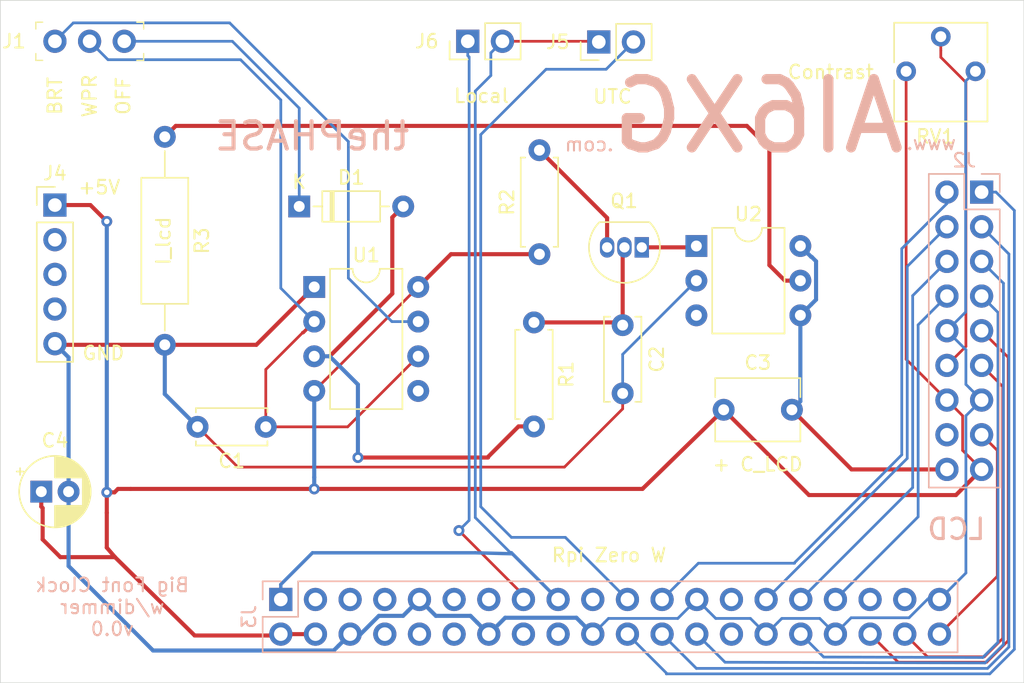
<source format=kicad_pcb>
(kicad_pcb (version 20171130) (host pcbnew "(5.1.5)-3")

  (general
    (thickness 1.6)
    (drawings 13)
    (tracks 251)
    (zones 0)
    (modules 18)
    (nets 48)
  )

  (page A)
  (title_block
    (title "Big Font Clock Interface Board w/dimmer")
    (date 2020-03-11)
    (rev 0.0)
    (company thePHASE)
    (comment 1 "Dan Koellen AI6XG")
  )

  (layers
    (0 F.Cu signal)
    (31 B.Cu signal)
    (32 B.Adhes user hide)
    (33 F.Adhes user hide)
    (34 B.Paste user hide)
    (35 F.Paste user hide)
    (36 B.SilkS user)
    (37 F.SilkS user)
    (38 B.Mask user)
    (39 F.Mask user)
    (40 Dwgs.User user hide)
    (41 Cmts.User user hide)
    (42 Eco1.User user hide)
    (43 Eco2.User user hide)
    (44 Edge.Cuts user)
    (45 Margin user hide)
    (46 B.CrtYd user)
    (47 F.CrtYd user)
    (48 B.Fab user hide)
    (49 F.Fab user hide)
  )

  (setup
    (last_trace_width 0.25)
    (user_trace_width 0.2)
    (user_trace_width 0.3)
    (trace_clearance 0.2)
    (zone_clearance 0.508)
    (zone_45_only no)
    (trace_min 0.2)
    (via_size 0.8)
    (via_drill 0.4)
    (via_min_size 0.4)
    (via_min_drill 0.3)
    (uvia_size 0.3)
    (uvia_drill 0.1)
    (uvias_allowed no)
    (uvia_min_size 0.2)
    (uvia_min_drill 0.1)
    (edge_width 0.05)
    (segment_width 0.2)
    (pcb_text_width 0.3)
    (pcb_text_size 1.5 1.5)
    (mod_edge_width 0.12)
    (mod_text_size 1 1)
    (mod_text_width 0.15)
    (pad_size 1.7 1.7)
    (pad_drill 1)
    (pad_to_mask_clearance 0.051)
    (solder_mask_min_width 0.25)
    (aux_axis_origin 0 0)
    (visible_elements 7FFFF7FF)
    (pcbplotparams
      (layerselection 0x010fc_ffffffff)
      (usegerberextensions false)
      (usegerberattributes false)
      (usegerberadvancedattributes false)
      (creategerberjobfile false)
      (excludeedgelayer true)
      (linewidth 0.100000)
      (plotframeref false)
      (viasonmask false)
      (mode 1)
      (useauxorigin false)
      (hpglpennumber 1)
      (hpglpenspeed 20)
      (hpglpendiameter 15.000000)
      (psnegative false)
      (psa4output false)
      (plotreference true)
      (plotvalue true)
      (plotinvisibletext false)
      (padsonsilk false)
      (subtractmaskfromsilk false)
      (outputformat 1)
      (mirror false)
      (drillshape 0)
      (scaleselection 1)
      (outputdirectory ""))
  )

  (net 0 "")
  (net 1 "Net-(C1-Pad1)")
  (net 2 GND)
  (net 3 "Net-(C2-Pad1)")
  (net 4 "Net-(D1-Pad1)")
  (net 5 "Net-(D1-Pad2)")
  (net 6 "Net-(J1-Pad1)")
  (net 7 DB7)
  (net 8 DB6)
  (net 9 DB5)
  (net 10 DB4)
  (net 11 DB3)
  (net 12 DB2)
  (net 13 DB1)
  (net 14 DB0)
  (net 15 EN0)
  (net 16 RS)
  (net 17 VEE)
  (net 18 +5V)
  (net 19 EN1)
  (net 20 "Net-(J2-Pad16)")
  (net 21 LCD_K)
  (net 22 +3V3)
  (net 23 "Net-(J3-Pad3)")
  (net 24 "Net-(J3-Pad5)")
  (net 25 "Net-(J3-Pad7)")
  (net 26 "Net-(J3-Pad8)")
  (net 27 "Net-(J3-Pad10)")
  (net 28 "Net-(J3-Pad11)")
  (net 29 "Net-(J3-Pad12)")
  (net 30 "Net-(J3-Pad13)")
  (net 31 LSB_M)
  (net 32 "Net-(J3-Pad16)")
  (net 33 "Net-(J3-Pad18)")
  (net 34 "Net-(J3-Pad19)")
  (net 35 USB_M)
  (net 36 "Net-(J3-Pad27)")
  (net 37 "Net-(J3-Pad28)")
  (net 38 "Net-(J3-Pad35)")
  (net 39 "Net-(J3-Pad37)")
  (net 40 "Net-(J4-Pad2)")
  (net 41 "Net-(J4-Pad3)")
  (net 42 "Net-(J4-Pad4)")
  (net 43 "Net-(Q1-Pad3)")
  (net 44 "Net-(Q1-Pad1)")
  (net 45 "Net-(R3-Pad1)")
  (net 46 "Net-(U1-Pad5)")
  (net 47 "Net-(U2-Pad3)")

  (net_class Default "This is the default net class."
    (clearance 0.2)
    (trace_width 0.25)
    (via_dia 0.8)
    (via_drill 0.4)
    (uvia_dia 0.3)
    (uvia_drill 0.1)
    (add_net +3V3)
    (add_net +5V)
    (add_net DB0)
    (add_net DB1)
    (add_net DB2)
    (add_net DB3)
    (add_net DB4)
    (add_net DB5)
    (add_net DB6)
    (add_net DB7)
    (add_net EN0)
    (add_net EN1)
    (add_net GND)
    (add_net LCD_K)
    (add_net LSB_M)
    (add_net "Net-(C1-Pad1)")
    (add_net "Net-(C2-Pad1)")
    (add_net "Net-(D1-Pad1)")
    (add_net "Net-(D1-Pad2)")
    (add_net "Net-(J1-Pad1)")
    (add_net "Net-(J2-Pad16)")
    (add_net "Net-(J3-Pad10)")
    (add_net "Net-(J3-Pad11)")
    (add_net "Net-(J3-Pad12)")
    (add_net "Net-(J3-Pad13)")
    (add_net "Net-(J3-Pad16)")
    (add_net "Net-(J3-Pad18)")
    (add_net "Net-(J3-Pad19)")
    (add_net "Net-(J3-Pad27)")
    (add_net "Net-(J3-Pad28)")
    (add_net "Net-(J3-Pad3)")
    (add_net "Net-(J3-Pad35)")
    (add_net "Net-(J3-Pad37)")
    (add_net "Net-(J3-Pad5)")
    (add_net "Net-(J3-Pad7)")
    (add_net "Net-(J3-Pad8)")
    (add_net "Net-(J4-Pad2)")
    (add_net "Net-(J4-Pad3)")
    (add_net "Net-(J4-Pad4)")
    (add_net "Net-(Q1-Pad1)")
    (add_net "Net-(Q1-Pad3)")
    (add_net "Net-(R3-Pad1)")
    (add_net "Net-(U1-Pad5)")
    (add_net "Net-(U2-Pad3)")
    (add_net RS)
    (add_net USB_M)
    (add_net VEE)
  )

  (module Package_DIP:DIP-8_W7.62mm (layer F.Cu) (tedit 5A02E8C5) (tstamp 5E65E82F)
    (at 117 125)
    (descr "8-lead though-hole mounted DIP package, row spacing 7.62 mm (300 mils)")
    (tags "THT DIP DIL PDIP 2.54mm 7.62mm 300mil")
    (path /5E60424A)
    (fp_text reference U1 (at 3.81 -2.33) (layer F.SilkS)
      (effects (font (size 1 1) (thickness 0.15)))
    )
    (fp_text value ICM7555 (at 3.81 9.95) (layer F.Fab)
      (effects (font (size 1 1) (thickness 0.15)))
    )
    (fp_arc (start 3.81 -1.33) (end 2.81 -1.33) (angle -180) (layer F.SilkS) (width 0.12))
    (fp_line (start 1.635 -1.27) (end 6.985 -1.27) (layer F.Fab) (width 0.1))
    (fp_line (start 6.985 -1.27) (end 6.985 8.89) (layer F.Fab) (width 0.1))
    (fp_line (start 6.985 8.89) (end 0.635 8.89) (layer F.Fab) (width 0.1))
    (fp_line (start 0.635 8.89) (end 0.635 -0.27) (layer F.Fab) (width 0.1))
    (fp_line (start 0.635 -0.27) (end 1.635 -1.27) (layer F.Fab) (width 0.1))
    (fp_line (start 2.81 -1.33) (end 1.16 -1.33) (layer F.SilkS) (width 0.12))
    (fp_line (start 1.16 -1.33) (end 1.16 8.95) (layer F.SilkS) (width 0.12))
    (fp_line (start 1.16 8.95) (end 6.46 8.95) (layer F.SilkS) (width 0.12))
    (fp_line (start 6.46 8.95) (end 6.46 -1.33) (layer F.SilkS) (width 0.12))
    (fp_line (start 6.46 -1.33) (end 4.81 -1.33) (layer F.SilkS) (width 0.12))
    (fp_line (start -1.1 -1.55) (end -1.1 9.15) (layer F.CrtYd) (width 0.05))
    (fp_line (start -1.1 9.15) (end 8.7 9.15) (layer F.CrtYd) (width 0.05))
    (fp_line (start 8.7 9.15) (end 8.7 -1.55) (layer F.CrtYd) (width 0.05))
    (fp_line (start 8.7 -1.55) (end -1.1 -1.55) (layer F.CrtYd) (width 0.05))
    (fp_text user %R (at 3.81 3.81) (layer F.Fab)
      (effects (font (size 1 1) (thickness 0.15)))
    )
    (pad 1 thru_hole rect (at 0 0) (size 1.6 1.6) (drill 0.8) (layers *.Cu *.Mask)
      (net 2 GND))
    (pad 5 thru_hole oval (at 7.62 7.62) (size 1.6 1.6) (drill 0.8) (layers *.Cu *.Mask)
      (net 46 "Net-(U1-Pad5)"))
    (pad 2 thru_hole oval (at 0 2.54) (size 1.6 1.6) (drill 0.8) (layers *.Cu *.Mask)
      (net 1 "Net-(C1-Pad1)"))
    (pad 6 thru_hole oval (at 7.62 5.08) (size 1.6 1.6) (drill 0.8) (layers *.Cu *.Mask)
      (net 1 "Net-(C1-Pad1)"))
    (pad 3 thru_hole oval (at 0 5.08) (size 1.6 1.6) (drill 0.8) (layers *.Cu *.Mask)
      (net 5 "Net-(D1-Pad2)"))
    (pad 7 thru_hole oval (at 7.62 2.54) (size 1.6 1.6) (drill 0.8) (layers *.Cu *.Mask)
      (net 6 "Net-(J1-Pad1)"))
    (pad 4 thru_hole oval (at 0 7.62) (size 1.6 1.6) (drill 0.8) (layers *.Cu *.Mask)
      (net 18 +5V))
    (pad 8 thru_hole oval (at 7.62 0) (size 1.6 1.6) (drill 0.8) (layers *.Cu *.Mask)
      (net 18 +5V))
    (model ${KISYS3DMOD}/Package_DIP.3dshapes/DIP-8_W7.62mm.wrl
      (at (xyz 0 0 0))
      (scale (xyz 1 1 1))
      (rotate (xyz 0 0 0))
    )
  )

  (module Potentiometer_THT:Potentiometer_Vishay_T73YP_Vertical (layer F.Cu) (tedit 5E65AC81) (tstamp 5E65E914)
    (at 165.45 109.2 90)
    (descr "Potentiometer, vertical, Vishay T73YP, http://www.vishay.com/docs/51016/t73.pdf")
    (tags "Potentiometer vertical Vishay T73YP")
    (path /5E65D515)
    (fp_text reference RV1 (at -4.78 -2.94) (layer F.SilkS)
      (effects (font (size 1 1) (thickness 0.15)))
    )
    (fp_text value 10k (at -0.06 2.01 90) (layer F.Fab)
      (effects (font (size 1 1) (thickness 0.15)))
    )
    (fp_text user %R (at -2.56 -2.54 180) (layer F.Fab)
      (effects (font (size 1 1) (thickness 0.15)))
    )
    (fp_line (start 3.7 -6.1) (end -3.85 -6.1) (layer F.CrtYd) (width 0.05))
    (fp_line (start 3.7 1.05) (end 3.7 -6.1) (layer F.CrtYd) (width 0.05))
    (fp_line (start -3.85 1.05) (end 3.7 1.05) (layer F.CrtYd) (width 0.05))
    (fp_line (start -3.85 -6.1) (end -3.85 1.05) (layer F.CrtYd) (width 0.05))
    (fp_line (start 3.56 -5.96) (end 3.56 0.88) (layer F.SilkS) (width 0.12))
    (fp_line (start -3.68 -5.96) (end -3.68 0.88) (layer F.SilkS) (width 0.12))
    (fp_line (start 0.65 0.88) (end 3.56 0.88) (layer F.SilkS) (width 0.12))
    (fp_line (start -3.68 0.88) (end -0.65 0.88) (layer F.SilkS) (width 0.12))
    (fp_line (start 0.65 -5.96) (end 3.56 -5.96) (layer F.SilkS) (width 0.12))
    (fp_line (start -3.68 -5.96) (end -0.65 -5.96) (layer F.SilkS) (width 0.12))
    (fp_line (start -0.961 -2.464) (end -0.961 -2.616) (layer F.Fab) (width 0.1))
    (fp_line (start 0.164 -2.464) (end -0.961 -2.464) (layer F.Fab) (width 0.1))
    (fp_line (start 0.164 -1.339) (end 0.164 -2.464) (layer F.Fab) (width 0.1))
    (fp_line (start 0.316 -1.339) (end 0.164 -1.339) (layer F.Fab) (width 0.1))
    (fp_line (start 0.316 -2.464) (end 0.316 -1.339) (layer F.Fab) (width 0.1))
    (fp_line (start 1.441 -2.464) (end 0.316 -2.464) (layer F.Fab) (width 0.1))
    (fp_line (start 1.441 -2.616) (end 1.441 -2.464) (layer F.Fab) (width 0.1))
    (fp_line (start 0.316 -2.616) (end 1.441 -2.616) (layer F.Fab) (width 0.1))
    (fp_line (start 0.316 -3.741) (end 0.316 -2.616) (layer F.Fab) (width 0.1))
    (fp_line (start 0.164 -3.741) (end 0.316 -3.741) (layer F.Fab) (width 0.1))
    (fp_line (start 0.164 -2.616) (end 0.164 -3.741) (layer F.Fab) (width 0.1))
    (fp_line (start -0.961 -2.616) (end 0.164 -2.616) (layer F.Fab) (width 0.1))
    (fp_line (start 3.44 -5.84) (end -3.56 -5.84) (layer F.Fab) (width 0.1))
    (fp_line (start 3.44 0.76) (end 3.44 -5.84) (layer F.Fab) (width 0.1))
    (fp_line (start -3.56 0.76) (end 3.44 0.76) (layer F.Fab) (width 0.1))
    (fp_line (start -3.56 -5.84) (end -3.56 0.76) (layer F.Fab) (width 0.1))
    (fp_circle (center 0.24 -2.54) (end 1.74 -2.54) (layer F.Fab) (width 0.1))
    (fp_text user Contrast (at -0.05 -10.6 180) (layer F.SilkS)
      (effects (font (size 1 1) (thickness 0.15)))
    )
    (pad 1 thru_hole circle (at 0 0 90) (size 1.44 1.44) (drill 0.8) (layers *.Cu *.Mask)
      (net 2 GND))
    (pad 2 thru_hole circle (at 2.54 -2.54 90) (size 1.44 1.44) (drill 0.8) (layers *.Cu *.Mask)
      (net 17 VEE))
    (pad 3 thru_hole circle (at 0 -5.08 90) (size 1.44 1.44) (drill 0.8) (layers *.Cu *.Mask)
      (net 18 +5V))
    (model ${KISYS3DMOD}/Potentiometer_THT.3dshapes/Potentiometer_Vishay_T73YP_Vertical.wrl
      (at (xyz 0 0 0))
      (scale (xyz 1 1 1))
      (rotate (xyz 0 0 0))
    )
  )

  (module digikey-footprints:PinHeader_1x3_P2.54_Drill1.1mm (layer F.Cu) (tedit 5E696ED4) (tstamp 5E65EAC4)
    (at 98 107)
    (path /5E626993)
    (fp_text reference J1 (at -3 0) (layer F.SilkS)
      (effects (font (size 1 1) (thickness 0.15)))
    )
    (fp_text value "3 pos 2.54mm" (at 2.71 2.7) (layer F.Fab)
      (effects (font (size 1 1) (thickness 0.15)))
    )
    (fp_line (start -1.52 1.52) (end 6.6 1.52) (layer F.CrtYd) (width 0.05))
    (fp_line (start 6.6 -1.52) (end 6.6 1.52) (layer F.CrtYd) (width 0.05))
    (fp_line (start -1.52 -1.52) (end -1.52 1.52) (layer F.CrtYd) (width 0.05))
    (fp_line (start -1.52 -1.52) (end 6.6 -1.52) (layer F.CrtYd) (width 0.05))
    (fp_line (start 6.5 1.4) (end 6.5 0.9) (layer F.SilkS) (width 0.1))
    (fp_line (start 6.5 1.4) (end 6 1.4) (layer F.SilkS) (width 0.1))
    (fp_line (start -1.4 1.4) (end -0.9 1.4) (layer F.SilkS) (width 0.1))
    (fp_line (start -1.4 1.4) (end -1.4 0.9) (layer F.SilkS) (width 0.1))
    (fp_line (start -1.4 -1.4) (end -1.4 -0.9) (layer F.SilkS) (width 0.1))
    (fp_line (start -1.4 -1.4) (end -0.9 -1.4) (layer F.SilkS) (width 0.1))
    (fp_line (start 6.5 -1.4) (end 6.5 -0.9) (layer F.SilkS) (width 0.1))
    (fp_line (start 6.5 -1.4) (end 6 -1.4) (layer F.SilkS) (width 0.1))
    (fp_line (start -1.27 1.27) (end 6.35 1.27) (layer F.Fab) (width 0.1))
    (fp_line (start -1.27 -1.27) (end -1.27 1.27) (layer F.Fab) (width 0.1))
    (fp_line (start 6.35 -1.27) (end 6.35 1.27) (layer F.Fab) (width 0.1))
    (fp_line (start -1.27 -1.27) (end 6.35 -1.27) (layer F.Fab) (width 0.1))
    (fp_text user BRT (at 0 4 90 unlocked) (layer F.SilkS)
      (effects (font (size 1 1) (thickness 0.15)))
    )
    (fp_text user WPR (at 2.54 4 270) (layer F.SilkS)
      (effects (font (size 1 1) (thickness 0.15)))
    )
    (fp_text user OFF (at 5 4 90) (layer F.SilkS)
      (effects (font (size 1 1) (thickness 0.15)))
    )
    (pad 1 thru_hole circle (at 0 0) (size 1.7 1.7) (drill 1) (layers *.Cu *.Mask)
      (net 6 "Net-(J1-Pad1)"))
    (pad 2 thru_hole circle (at 2.54 0) (size 1.7 1.7) (drill 1) (layers *.Cu *.Mask)
      (net 1 "Net-(C1-Pad1)"))
    (pad 3 thru_hole circle (at 5.08 0) (size 1.7 1.7) (drill 1) (layers *.Cu *.Mask)
      (net 4 "Net-(D1-Pad1)"))
  )

  (module Capacitor_THT:C_Disc_D5.0mm_W2.5mm_P5.00mm (layer F.Cu) (tedit 5AE50EF0) (tstamp 5E65EB40)
    (at 113.45 135.25 180)
    (descr "C, Disc series, Radial, pin pitch=5.00mm, , diameter*width=5*2.5mm^2, Capacitor, http://cdn-reichelt.de/documents/datenblatt/B300/DS_KERKO_TC.pdf")
    (tags "C Disc series Radial pin pitch 5.00mm  diameter 5mm width 2.5mm Capacitor")
    (path /5E60A0E4)
    (fp_text reference C1 (at 2.5 -2.5) (layer F.SilkS)
      (effects (font (size 1 1) (thickness 0.15)))
    )
    (fp_text value "10 nFd" (at 2.5 2.5) (layer F.Fab)
      (effects (font (size 1 1) (thickness 0.15)))
    )
    (fp_line (start 0 -1.25) (end 0 1.25) (layer F.Fab) (width 0.1))
    (fp_line (start 0 1.25) (end 5 1.25) (layer F.Fab) (width 0.1))
    (fp_line (start 5 1.25) (end 5 -1.25) (layer F.Fab) (width 0.1))
    (fp_line (start 5 -1.25) (end 0 -1.25) (layer F.Fab) (width 0.1))
    (fp_line (start -0.12 -1.37) (end 5.12 -1.37) (layer F.SilkS) (width 0.12))
    (fp_line (start -0.12 1.37) (end 5.12 1.37) (layer F.SilkS) (width 0.12))
    (fp_line (start -0.12 -1.37) (end -0.12 -1.055) (layer F.SilkS) (width 0.12))
    (fp_line (start -0.12 1.055) (end -0.12 1.37) (layer F.SilkS) (width 0.12))
    (fp_line (start 5.12 -1.37) (end 5.12 -1.055) (layer F.SilkS) (width 0.12))
    (fp_line (start 5.12 1.055) (end 5.12 1.37) (layer F.SilkS) (width 0.12))
    (fp_line (start -1.05 -1.5) (end -1.05 1.5) (layer F.CrtYd) (width 0.05))
    (fp_line (start -1.05 1.5) (end 6.05 1.5) (layer F.CrtYd) (width 0.05))
    (fp_line (start 6.05 1.5) (end 6.05 -1.5) (layer F.CrtYd) (width 0.05))
    (fp_line (start 6.05 -1.5) (end -1.05 -1.5) (layer F.CrtYd) (width 0.05))
    (fp_text user %R (at 2.5 0) (layer F.Fab)
      (effects (font (size 1 1) (thickness 0.15)))
    )
    (pad 1 thru_hole circle (at 0 0 180) (size 1.6 1.6) (drill 0.8) (layers *.Cu *.Mask)
      (net 1 "Net-(C1-Pad1)"))
    (pad 2 thru_hole circle (at 5 0 180) (size 1.6 1.6) (drill 0.8) (layers *.Cu *.Mask)
      (net 2 GND))
    (model ${KISYS3DMOD}/Capacitor_THT.3dshapes/C_Disc_D5.0mm_W2.5mm_P5.00mm.wrl
      (at (xyz 0 0 0))
      (scale (xyz 1 1 1))
      (rotate (xyz 0 0 0))
    )
  )

  (module Capacitor_THT:C_Disc_D6.0mm_W2.5mm_P5.00mm (layer F.Cu) (tedit 5AE50EF0) (tstamp 5E65EB04)
    (at 139.6 127.8 270)
    (descr "C, Disc series, Radial, pin pitch=5.00mm, , diameter*width=6*2.5mm^2, Capacitor, http://cdn-reichelt.de/documents/datenblatt/B300/DS_KERKO_TC.pdf")
    (tags "C Disc series Radial pin pitch 5.00mm  diameter 6mm width 2.5mm Capacitor")
    (path /5E611BCF)
    (fp_text reference C2 (at 2.5 -2.5 90) (layer F.SilkS)
      (effects (font (size 1 1) (thickness 0.15)))
    )
    (fp_text value 100n (at 2.5 2.5 90) (layer F.Fab)
      (effects (font (size 1 1) (thickness 0.15)))
    )
    (fp_line (start -0.5 -1.25) (end -0.5 1.25) (layer F.Fab) (width 0.1))
    (fp_line (start -0.5 1.25) (end 5.5 1.25) (layer F.Fab) (width 0.1))
    (fp_line (start 5.5 1.25) (end 5.5 -1.25) (layer F.Fab) (width 0.1))
    (fp_line (start 5.5 -1.25) (end -0.5 -1.25) (layer F.Fab) (width 0.1))
    (fp_line (start -0.62 -1.37) (end 5.62 -1.37) (layer F.SilkS) (width 0.12))
    (fp_line (start -0.62 1.37) (end 5.62 1.37) (layer F.SilkS) (width 0.12))
    (fp_line (start -0.62 -1.37) (end -0.62 -0.925) (layer F.SilkS) (width 0.12))
    (fp_line (start -0.62 0.925) (end -0.62 1.37) (layer F.SilkS) (width 0.12))
    (fp_line (start 5.62 -1.37) (end 5.62 -0.925) (layer F.SilkS) (width 0.12))
    (fp_line (start 5.62 0.925) (end 5.62 1.37) (layer F.SilkS) (width 0.12))
    (fp_line (start -1.05 -1.5) (end -1.05 1.5) (layer F.CrtYd) (width 0.05))
    (fp_line (start -1.05 1.5) (end 6.05 1.5) (layer F.CrtYd) (width 0.05))
    (fp_line (start 6.05 1.5) (end 6.05 -1.5) (layer F.CrtYd) (width 0.05))
    (fp_line (start 6.05 -1.5) (end -1.05 -1.5) (layer F.CrtYd) (width 0.05))
    (fp_text user %R (at 2.5 0 90) (layer F.Fab)
      (effects (font (size 1 1) (thickness 0.15)))
    )
    (pad 1 thru_hole circle (at 0 0 270) (size 1.6 1.6) (drill 0.8) (layers *.Cu *.Mask)
      (net 3 "Net-(C2-Pad1)"))
    (pad 2 thru_hole circle (at 5 0 270) (size 1.6 1.6) (drill 0.8) (layers *.Cu *.Mask)
      (net 2 GND))
    (model ${KISYS3DMOD}/Capacitor_THT.3dshapes/C_Disc_D6.0mm_W2.5mm_P5.00mm.wrl
      (at (xyz 0 0 0))
      (scale (xyz 1 1 1))
      (rotate (xyz 0 0 0))
    )
  )

  (module Diode_THT:D_DO-35_SOD27_P7.62mm_Horizontal (layer F.Cu) (tedit 5AE50CD5) (tstamp 5E65EA72)
    (at 115.9 119.1)
    (descr "Diode, DO-35_SOD27 series, Axial, Horizontal, pin pitch=7.62mm, , length*diameter=4*2mm^2, , http://www.diodes.com/_files/packages/DO-35.pdf")
    (tags "Diode DO-35_SOD27 series Axial Horizontal pin pitch 7.62mm  length 4mm diameter 2mm")
    (path /5E614A1D)
    (fp_text reference D1 (at 3.81 -2.12) (layer F.SilkS)
      (effects (font (size 1 1) (thickness 0.15)))
    )
    (fp_text value BAT43 (at 3.81 2.12) (layer F.Fab)
      (effects (font (size 1 1) (thickness 0.15)))
    )
    (fp_line (start 1.81 -1) (end 1.81 1) (layer F.Fab) (width 0.1))
    (fp_line (start 1.81 1) (end 5.81 1) (layer F.Fab) (width 0.1))
    (fp_line (start 5.81 1) (end 5.81 -1) (layer F.Fab) (width 0.1))
    (fp_line (start 5.81 -1) (end 1.81 -1) (layer F.Fab) (width 0.1))
    (fp_line (start 0 0) (end 1.81 0) (layer F.Fab) (width 0.1))
    (fp_line (start 7.62 0) (end 5.81 0) (layer F.Fab) (width 0.1))
    (fp_line (start 2.41 -1) (end 2.41 1) (layer F.Fab) (width 0.1))
    (fp_line (start 2.51 -1) (end 2.51 1) (layer F.Fab) (width 0.1))
    (fp_line (start 2.31 -1) (end 2.31 1) (layer F.Fab) (width 0.1))
    (fp_line (start 1.69 -1.12) (end 1.69 1.12) (layer F.SilkS) (width 0.12))
    (fp_line (start 1.69 1.12) (end 5.93 1.12) (layer F.SilkS) (width 0.12))
    (fp_line (start 5.93 1.12) (end 5.93 -1.12) (layer F.SilkS) (width 0.12))
    (fp_line (start 5.93 -1.12) (end 1.69 -1.12) (layer F.SilkS) (width 0.12))
    (fp_line (start 1.04 0) (end 1.69 0) (layer F.SilkS) (width 0.12))
    (fp_line (start 6.58 0) (end 5.93 0) (layer F.SilkS) (width 0.12))
    (fp_line (start 2.41 -1.12) (end 2.41 1.12) (layer F.SilkS) (width 0.12))
    (fp_line (start 2.53 -1.12) (end 2.53 1.12) (layer F.SilkS) (width 0.12))
    (fp_line (start 2.29 -1.12) (end 2.29 1.12) (layer F.SilkS) (width 0.12))
    (fp_line (start -1.05 -1.25) (end -1.05 1.25) (layer F.CrtYd) (width 0.05))
    (fp_line (start -1.05 1.25) (end 8.67 1.25) (layer F.CrtYd) (width 0.05))
    (fp_line (start 8.67 1.25) (end 8.67 -1.25) (layer F.CrtYd) (width 0.05))
    (fp_line (start 8.67 -1.25) (end -1.05 -1.25) (layer F.CrtYd) (width 0.05))
    (fp_text user %R (at 4.11 0) (layer F.Fab)
      (effects (font (size 0.8 0.8) (thickness 0.12)))
    )
    (fp_text user K (at 0 -1.8) (layer F.Fab)
      (effects (font (size 1 1) (thickness 0.15)))
    )
    (fp_text user K (at 0 -1.8) (layer F.SilkS)
      (effects (font (size 1 1) (thickness 0.15)))
    )
    (pad 1 thru_hole rect (at 0 0) (size 1.6 1.6) (drill 0.8) (layers *.Cu *.Mask)
      (net 4 "Net-(D1-Pad1)"))
    (pad 2 thru_hole oval (at 7.62 0) (size 1.6 1.6) (drill 0.8) (layers *.Cu *.Mask)
      (net 5 "Net-(D1-Pad2)"))
    (model ${KISYS3DMOD}/Diode_THT.3dshapes/D_DO-35_SOD27_P7.62mm_Horizontal.wrl
      (at (xyz 0 0 0))
      (scale (xyz 1 1 1))
      (rotate (xyz 0 0 0))
    )
  )

  (module Connector_PinHeader_2.54mm:PinHeader_2x09_P2.54mm_Vertical (layer B.Cu) (tedit 59FED5CC) (tstamp 5E65EA06)
    (at 165.9 118.05 180)
    (descr "Through hole straight pin header, 2x09, 2.54mm pitch, double rows")
    (tags "Through hole pin header THT 2x09 2.54mm double row")
    (path /5E66DD7F)
    (fp_text reference J2 (at 1.27 2.33) (layer B.SilkS)
      (effects (font (size 1 1) (thickness 0.15)) (justify mirror))
    )
    (fp_text value LCD (at 1.27 -22.65) (layer B.Fab)
      (effects (font (size 1 1) (thickness 0.15)) (justify mirror))
    )
    (fp_line (start 0 1.27) (end 3.81 1.27) (layer B.Fab) (width 0.1))
    (fp_line (start 3.81 1.27) (end 3.81 -21.59) (layer B.Fab) (width 0.1))
    (fp_line (start 3.81 -21.59) (end -1.27 -21.59) (layer B.Fab) (width 0.1))
    (fp_line (start -1.27 -21.59) (end -1.27 0) (layer B.Fab) (width 0.1))
    (fp_line (start -1.27 0) (end 0 1.27) (layer B.Fab) (width 0.1))
    (fp_line (start -1.33 -21.65) (end 3.87 -21.65) (layer B.SilkS) (width 0.12))
    (fp_line (start -1.33 -1.27) (end -1.33 -21.65) (layer B.SilkS) (width 0.12))
    (fp_line (start 3.87 1.33) (end 3.87 -21.65) (layer B.SilkS) (width 0.12))
    (fp_line (start -1.33 -1.27) (end 1.27 -1.27) (layer B.SilkS) (width 0.12))
    (fp_line (start 1.27 -1.27) (end 1.27 1.33) (layer B.SilkS) (width 0.12))
    (fp_line (start 1.27 1.33) (end 3.87 1.33) (layer B.SilkS) (width 0.12))
    (fp_line (start -1.33 0) (end -1.33 1.33) (layer B.SilkS) (width 0.12))
    (fp_line (start -1.33 1.33) (end 0 1.33) (layer B.SilkS) (width 0.12))
    (fp_line (start -1.8 1.8) (end -1.8 -22.1) (layer B.CrtYd) (width 0.05))
    (fp_line (start -1.8 -22.1) (end 4.35 -22.1) (layer B.CrtYd) (width 0.05))
    (fp_line (start 4.35 -22.1) (end 4.35 1.8) (layer B.CrtYd) (width 0.05))
    (fp_line (start 4.35 1.8) (end -1.8 1.8) (layer B.CrtYd) (width 0.05))
    (fp_text user %R (at 1.27 -10.16 -90) (layer B.Fab)
      (effects (font (size 1 1) (thickness 0.15)) (justify mirror))
    )
    (pad 1 thru_hole rect (at 0 0 180) (size 1.7 1.7) (drill 1) (layers *.Cu *.Mask)
      (net 7 DB7))
    (pad 2 thru_hole oval (at 2.54 0 180) (size 1.7 1.7) (drill 1) (layers *.Cu *.Mask)
      (net 8 DB6))
    (pad 3 thru_hole oval (at 0 -2.54 180) (size 1.7 1.7) (drill 1) (layers *.Cu *.Mask)
      (net 9 DB5))
    (pad 4 thru_hole oval (at 2.54 -2.54 180) (size 1.7 1.7) (drill 1) (layers *.Cu *.Mask)
      (net 10 DB4))
    (pad 5 thru_hole oval (at 0 -5.08 180) (size 1.7 1.7) (drill 1) (layers *.Cu *.Mask)
      (net 11 DB3))
    (pad 6 thru_hole oval (at 2.54 -5.08 180) (size 1.7 1.7) (drill 1) (layers *.Cu *.Mask)
      (net 12 DB2))
    (pad 7 thru_hole oval (at 0 -7.62 180) (size 1.7 1.7) (drill 1) (layers *.Cu *.Mask)
      (net 13 DB1))
    (pad 8 thru_hole oval (at 2.54 -7.62 180) (size 1.7 1.7) (drill 1) (layers *.Cu *.Mask)
      (net 14 DB0))
    (pad 9 thru_hole oval (at 0 -10.16 180) (size 1.7 1.7) (drill 1) (layers *.Cu *.Mask)
      (net 15 EN0))
    (pad 10 thru_hole oval (at 2.54 -10.16 180) (size 1.7 1.7) (drill 1) (layers *.Cu *.Mask)
      (net 2 GND))
    (pad 11 thru_hole oval (at 0 -12.7 180) (size 1.7 1.7) (drill 1) (layers *.Cu *.Mask)
      (net 16 RS))
    (pad 12 thru_hole oval (at 2.54 -12.7 180) (size 1.7 1.7) (drill 1) (layers *.Cu *.Mask)
      (net 17 VEE))
    (pad 13 thru_hole oval (at 0 -15.24 180) (size 1.7 1.7) (drill 1) (layers *.Cu *.Mask)
      (net 2 GND))
    (pad 14 thru_hole oval (at 2.54 -15.24 180) (size 1.7 1.7) (drill 1) (layers *.Cu *.Mask)
      (net 18 +5V))
    (pad 15 thru_hole oval (at 0 -17.78 180) (size 1.7 1.7) (drill 1) (layers *.Cu *.Mask)
      (net 19 EN1))
    (pad 16 thru_hole oval (at 2.54 -17.78 180) (size 1.7 1.7) (drill 1) (layers *.Cu *.Mask)
      (net 20 "Net-(J2-Pad16)"))
    (pad 17 thru_hole oval (at 0 -20.32 180) (size 1.7 1.7) (drill 1) (layers *.Cu *.Mask)
      (net 18 +5V))
    (pad 18 thru_hole oval (at 2.54 -20.32 180) (size 1.7 1.7) (drill 1) (layers *.Cu *.Mask)
      (net 21 LCD_K))
    (model ${KISYS3DMOD}/Connector_PinHeader_2.54mm.3dshapes/PinHeader_2x09_P2.54mm_Vertical.wrl
      (at (xyz 0 0 0))
      (scale (xyz 1 1 1))
      (rotate (xyz 0 0 0))
    )
  )

  (module Connector_PinHeader_2.54mm:PinHeader_2x20_P2.54mm_Vertical (layer B.Cu) (tedit 59FED5CC) (tstamp 5E65EBA5)
    (at 114.55 147.9 270)
    (descr "Through hole straight pin header, 2x20, 2.54mm pitch, double rows")
    (tags "Through hole pin header THT 2x20 2.54mm double row")
    (path /5E634D07)
    (fp_text reference J3 (at 1.27 2.33 270) (layer B.SilkS)
      (effects (font (size 1 1) (thickness 0.15)) (justify mirror))
    )
    (fp_text value Raspberry_Pi_Zero_W (at -3 -23) (layer F.Fab)
      (effects (font (size 1 1) (thickness 0.15)))
    )
    (fp_line (start 0 1.27) (end 3.81 1.27) (layer B.Fab) (width 0.1))
    (fp_line (start 3.81 1.27) (end 3.81 -49.53) (layer B.Fab) (width 0.1))
    (fp_line (start 3.81 -49.53) (end -1.27 -49.53) (layer B.Fab) (width 0.1))
    (fp_line (start -1.27 -49.53) (end -1.27 0) (layer B.Fab) (width 0.1))
    (fp_line (start -1.27 0) (end 0 1.27) (layer B.Fab) (width 0.1))
    (fp_line (start -1.33 -49.59) (end 3.87 -49.59) (layer B.SilkS) (width 0.12))
    (fp_line (start -1.33 -1.27) (end -1.33 -49.59) (layer B.SilkS) (width 0.12))
    (fp_line (start 3.87 1.33) (end 3.87 -49.59) (layer B.SilkS) (width 0.12))
    (fp_line (start -1.33 -1.27) (end 1.27 -1.27) (layer B.SilkS) (width 0.12))
    (fp_line (start 1.27 -1.27) (end 1.27 1.33) (layer B.SilkS) (width 0.12))
    (fp_line (start 1.27 1.33) (end 3.87 1.33) (layer B.SilkS) (width 0.12))
    (fp_line (start -1.33 0) (end -1.33 1.33) (layer B.SilkS) (width 0.12))
    (fp_line (start -1.33 1.33) (end 0 1.33) (layer B.SilkS) (width 0.12))
    (fp_line (start -1.8 1.8) (end -1.8 -50.05) (layer B.CrtYd) (width 0.05))
    (fp_line (start -1.8 -50.05) (end 4.35 -50.05) (layer B.CrtYd) (width 0.05))
    (fp_line (start 4.35 -50.05) (end 4.35 1.8) (layer B.CrtYd) (width 0.05))
    (fp_line (start 4.35 1.8) (end -1.8 1.8) (layer B.CrtYd) (width 0.05))
    (fp_text user %R (at 1.174999 -26.174999) (layer B.Fab)
      (effects (font (size 1 1) (thickness 0.15)) (justify mirror))
    )
    (pad 1 thru_hole rect (at 0 0 270) (size 1.7 1.7) (drill 1) (layers *.Cu *.Mask)
      (net 22 +3V3))
    (pad 2 thru_hole oval (at 2.54 0 270) (size 1.7 1.7) (drill 1) (layers *.Cu *.Mask)
      (net 18 +5V))
    (pad 3 thru_hole oval (at 0 -2.54 270) (size 1.7 1.7) (drill 1) (layers *.Cu *.Mask)
      (net 23 "Net-(J3-Pad3)"))
    (pad 4 thru_hole oval (at 2.54 -2.54 270) (size 1.7 1.7) (drill 1) (layers *.Cu *.Mask)
      (net 18 +5V))
    (pad 5 thru_hole oval (at 0 -5.08 270) (size 1.7 1.7) (drill 1) (layers *.Cu *.Mask)
      (net 24 "Net-(J3-Pad5)"))
    (pad 6 thru_hole oval (at 2.54 -5.08 270) (size 1.7 1.7) (drill 1) (layers *.Cu *.Mask)
      (net 2 GND))
    (pad 7 thru_hole oval (at 0 -7.62 270) (size 1.7 1.7) (drill 1) (layers *.Cu *.Mask)
      (net 25 "Net-(J3-Pad7)"))
    (pad 8 thru_hole oval (at 2.54 -7.62 270) (size 1.7 1.7) (drill 1) (layers *.Cu *.Mask)
      (net 26 "Net-(J3-Pad8)"))
    (pad 9 thru_hole oval (at 0 -10.16 270) (size 1.7 1.7) (drill 1) (layers *.Cu *.Mask)
      (net 2 GND))
    (pad 10 thru_hole oval (at 2.54 -10.16 270) (size 1.7 1.7) (drill 1) (layers *.Cu *.Mask)
      (net 27 "Net-(J3-Pad10)"))
    (pad 11 thru_hole oval (at 0 -12.7 270) (size 1.7 1.7) (drill 1) (layers *.Cu *.Mask)
      (net 28 "Net-(J3-Pad11)"))
    (pad 12 thru_hole oval (at 2.54 -12.7 270) (size 1.7 1.7) (drill 1) (layers *.Cu *.Mask)
      (net 29 "Net-(J3-Pad12)"))
    (pad 13 thru_hole oval (at 0 -15.24 270) (size 1.7 1.7) (drill 1) (layers *.Cu *.Mask)
      (net 30 "Net-(J3-Pad13)"))
    (pad 14 thru_hole oval (at 2.54 -15.24 270) (size 1.7 1.7) (drill 1) (layers *.Cu *.Mask)
      (net 2 GND))
    (pad 15 thru_hole oval (at 0 -17.78 270) (size 1.7 1.7) (drill 1) (layers *.Cu *.Mask)
      (net 31 LSB_M))
    (pad 16 thru_hole oval (at 2.54 -17.78 270) (size 1.7 1.7) (drill 1) (layers *.Cu *.Mask)
      (net 32 "Net-(J3-Pad16)"))
    (pad 17 thru_hole oval (at 0 -20.32 270) (size 1.7 1.7) (drill 1) (layers *.Cu *.Mask)
      (net 22 +3V3))
    (pad 18 thru_hole oval (at 2.54 -20.32 270) (size 1.7 1.7) (drill 1) (layers *.Cu *.Mask)
      (net 33 "Net-(J3-Pad18)"))
    (pad 19 thru_hole oval (at 0 -22.86 270) (size 1.7 1.7) (drill 1) (layers *.Cu *.Mask)
      (net 34 "Net-(J3-Pad19)"))
    (pad 20 thru_hole oval (at 2.54 -22.86 270) (size 1.7 1.7) (drill 1) (layers *.Cu *.Mask)
      (net 2 GND))
    (pad 21 thru_hole oval (at 0 -25.4 270) (size 1.7 1.7) (drill 1) (layers *.Cu *.Mask)
      (net 35 USB_M))
    (pad 22 thru_hole oval (at 2.54 -25.4 270) (size 1.7 1.7) (drill 1) (layers *.Cu *.Mask)
      (net 7 DB7))
    (pad 23 thru_hole oval (at 0 -27.94 270) (size 1.7 1.7) (drill 1) (layers *.Cu *.Mask)
      (net 8 DB6))
    (pad 24 thru_hole oval (at 2.54 -27.94 270) (size 1.7 1.7) (drill 1) (layers *.Cu *.Mask)
      (net 9 DB5))
    (pad 25 thru_hole oval (at 0 -30.48 270) (size 1.7 1.7) (drill 1) (layers *.Cu *.Mask)
      (net 2 GND))
    (pad 26 thru_hole oval (at 2.54 -30.48 270) (size 1.7 1.7) (drill 1) (layers *.Cu *.Mask)
      (net 11 DB3))
    (pad 27 thru_hole oval (at 0 -33.02 270) (size 1.7 1.7) (drill 1) (layers *.Cu *.Mask)
      (net 36 "Net-(J3-Pad27)"))
    (pad 28 thru_hole oval (at 2.54 -33.02 270) (size 1.7 1.7) (drill 1) (layers *.Cu *.Mask)
      (net 37 "Net-(J3-Pad28)"))
    (pad 29 thru_hole oval (at 0 -35.56 270) (size 1.7 1.7) (drill 1) (layers *.Cu *.Mask)
      (net 10 DB4))
    (pad 30 thru_hole oval (at 2.54 -35.56 270) (size 1.7 1.7) (drill 1) (layers *.Cu *.Mask)
      (net 2 GND))
    (pad 31 thru_hole oval (at 0 -38.1 270) (size 1.7 1.7) (drill 1) (layers *.Cu *.Mask)
      (net 12 DB2))
    (pad 32 thru_hole oval (at 2.54 -38.1 270) (size 1.7 1.7) (drill 1) (layers *.Cu *.Mask)
      (net 13 DB1))
    (pad 33 thru_hole oval (at 0 -40.64 270) (size 1.7 1.7) (drill 1) (layers *.Cu *.Mask)
      (net 14 DB0))
    (pad 34 thru_hole oval (at 2.54 -40.64 270) (size 1.7 1.7) (drill 1) (layers *.Cu *.Mask)
      (net 2 GND))
    (pad 35 thru_hole oval (at 0 -43.18 270) (size 1.7 1.7) (drill 1) (layers *.Cu *.Mask)
      (net 38 "Net-(J3-Pad35)"))
    (pad 36 thru_hole oval (at 2.54 -43.18 270) (size 1.7 1.7) (drill 1) (layers *.Cu *.Mask)
      (net 15 EN0))
    (pad 37 thru_hole oval (at 0 -45.72 270) (size 1.7 1.7) (drill 1) (layers *.Cu *.Mask)
      (net 39 "Net-(J3-Pad37)"))
    (pad 38 thru_hole oval (at 2.54 -45.72 270) (size 1.7 1.7) (drill 1) (layers *.Cu *.Mask)
      (net 16 RS))
    (pad 39 thru_hole oval (at 0 -48.26 270) (size 1.7 1.7) (drill 1) (layers *.Cu *.Mask)
      (net 2 GND))
    (pad 40 thru_hole oval (at 2.54 -48.26 270) (size 1.7 1.7) (drill 1) (layers *.Cu *.Mask)
      (net 19 EN1))
    (model ${KISYS3DMOD}/Connector_PinHeader_2.54mm.3dshapes/PinHeader_2x20_P2.54mm_Vertical.wrl
      (at (xyz 0 0 0))
      (scale (xyz 1 1 1))
      (rotate (xyz 0 0 0))
    )
  )

  (module Connector_PinHeader_2.54mm:PinHeader_1x05_P2.54mm_Vertical (layer F.Cu) (tedit 59FED5CC) (tstamp 5E65E970)
    (at 98 119)
    (descr "Through hole straight pin header, 1x05, 2.54mm pitch, single row")
    (tags "Through hole pin header THT 1x05 2.54mm single row")
    (path /5E655C5E)
    (fp_text reference J4 (at 0 -2.33) (layer F.SilkS)
      (effects (font (size 1 1) (thickness 0.15)))
    )
    (fp_text value "uUSB PWR" (at 0 12.49) (layer F.Fab)
      (effects (font (size 1 1) (thickness 0.15)))
    )
    (fp_line (start -0.635 -1.27) (end 1.27 -1.27) (layer F.Fab) (width 0.1))
    (fp_line (start 1.27 -1.27) (end 1.27 11.43) (layer F.Fab) (width 0.1))
    (fp_line (start 1.27 11.43) (end -1.27 11.43) (layer F.Fab) (width 0.1))
    (fp_line (start -1.27 11.43) (end -1.27 -0.635) (layer F.Fab) (width 0.1))
    (fp_line (start -1.27 -0.635) (end -0.635 -1.27) (layer F.Fab) (width 0.1))
    (fp_line (start -1.33 11.49) (end 1.33 11.49) (layer F.SilkS) (width 0.12))
    (fp_line (start -1.33 1.27) (end -1.33 11.49) (layer F.SilkS) (width 0.12))
    (fp_line (start 1.33 1.27) (end 1.33 11.49) (layer F.SilkS) (width 0.12))
    (fp_line (start -1.33 1.27) (end 1.33 1.27) (layer F.SilkS) (width 0.12))
    (fp_line (start -1.33 0) (end -1.33 -1.33) (layer F.SilkS) (width 0.12))
    (fp_line (start -1.33 -1.33) (end 0 -1.33) (layer F.SilkS) (width 0.12))
    (fp_line (start -1.8 -1.8) (end -1.8 11.95) (layer F.CrtYd) (width 0.05))
    (fp_line (start -1.8 11.95) (end 1.8 11.95) (layer F.CrtYd) (width 0.05))
    (fp_line (start 1.8 11.95) (end 1.8 -1.8) (layer F.CrtYd) (width 0.05))
    (fp_line (start 1.8 -1.8) (end -1.8 -1.8) (layer F.CrtYd) (width 0.05))
    (fp_text user %R (at 0 5.08 90) (layer F.Fab)
      (effects (font (size 1 1) (thickness 0.15)))
    )
    (pad 1 thru_hole rect (at 0 0) (size 1.7 1.7) (drill 1) (layers *.Cu *.Mask)
      (net 18 +5V))
    (pad 2 thru_hole oval (at 0 2.54) (size 1.7 1.7) (drill 1) (layers *.Cu *.Mask)
      (net 40 "Net-(J4-Pad2)"))
    (pad 3 thru_hole oval (at 0 5.08) (size 1.7 1.7) (drill 1) (layers *.Cu *.Mask)
      (net 41 "Net-(J4-Pad3)"))
    (pad 4 thru_hole oval (at 0 7.62) (size 1.7 1.7) (drill 1) (layers *.Cu *.Mask)
      (net 42 "Net-(J4-Pad4)"))
    (pad 5 thru_hole oval (at 0 10.16) (size 1.7 1.7) (drill 1) (layers *.Cu *.Mask)
      (net 2 GND))
    (model ${KISYS3DMOD}/Connector_PinHeader_2.54mm.3dshapes/PinHeader_1x05_P2.54mm_Vertical.wrl
      (at (xyz 0 0 0))
      (scale (xyz 1 1 1))
      (rotate (xyz 0 0 0))
    )
  )

  (module Connector_PinHeader_2.54mm:PinHeader_1x02_P2.54mm_Vertical (layer F.Cu) (tedit 59FED5CC) (tstamp 5E65E7B7)
    (at 137.85 107.05 90)
    (descr "Through hole straight pin header, 1x02, 2.54mm pitch, single row")
    (tags "Through hole pin header THT 1x02 2.54mm single row")
    (path /5E660408)
    (fp_text reference J5 (at 0 -3 180) (layer F.SilkS)
      (effects (font (size 1 1) (thickness 0.15)))
    )
    (fp_text value UTC (at -4 1 180) (layer F.SilkS)
      (effects (font (size 1 1) (thickness 0.15)))
    )
    (fp_line (start -0.635 -1.27) (end 1.27 -1.27) (layer F.Fab) (width 0.1))
    (fp_line (start 1.27 -1.27) (end 1.27 3.81) (layer F.Fab) (width 0.1))
    (fp_line (start 1.27 3.81) (end -1.27 3.81) (layer F.Fab) (width 0.1))
    (fp_line (start -1.27 3.81) (end -1.27 -0.635) (layer F.Fab) (width 0.1))
    (fp_line (start -1.27 -0.635) (end -0.635 -1.27) (layer F.Fab) (width 0.1))
    (fp_line (start -1.33 3.87) (end 1.33 3.87) (layer F.SilkS) (width 0.12))
    (fp_line (start -1.33 1.27) (end -1.33 3.87) (layer F.SilkS) (width 0.12))
    (fp_line (start 1.33 1.27) (end 1.33 3.87) (layer F.SilkS) (width 0.12))
    (fp_line (start -1.33 1.27) (end 1.33 1.27) (layer F.SilkS) (width 0.12))
    (fp_line (start -1.33 0) (end -1.33 -1.33) (layer F.SilkS) (width 0.12))
    (fp_line (start -1.33 -1.33) (end 0 -1.33) (layer F.SilkS) (width 0.12))
    (fp_line (start -1.8 -1.8) (end -1.8 4.35) (layer F.CrtYd) (width 0.05))
    (fp_line (start -1.8 4.35) (end 1.8 4.35) (layer F.CrtYd) (width 0.05))
    (fp_line (start 1.8 4.35) (end 1.8 -1.8) (layer F.CrtYd) (width 0.05))
    (fp_line (start 1.8 -1.8) (end -1.8 -1.8) (layer F.CrtYd) (width 0.05))
    (fp_text user %R (at 0 1.27) (layer F.Fab)
      (effects (font (size 1 1) (thickness 0.15)))
    )
    (pad 1 thru_hole rect (at 0 0 90) (size 1.7 1.7) (drill 1) (layers *.Cu *.Mask)
      (net 22 +3V3))
    (pad 2 thru_hole oval (at 0 2.54 90) (size 1.7 1.7) (drill 1) (layers *.Cu *.Mask)
      (net 35 USB_M))
    (model ${KISYS3DMOD}/Connector_PinHeader_2.54mm.3dshapes/PinHeader_1x02_P2.54mm_Vertical.wrl
      (at (xyz 0 0 0))
      (scale (xyz 1 1 1))
      (rotate (xyz 0 0 0))
    )
  )

  (module Connector_PinHeader_2.54mm:PinHeader_1x02_P2.54mm_Vertical (layer F.Cu) (tedit 5E696E86) (tstamp 5E65E9B5)
    (at 128.25 107 90)
    (descr "Through hole straight pin header, 1x02, 2.54mm pitch, single row")
    (tags "Through hole pin header THT 1x02 2.54mm single row")
    (path /5E66111E)
    (fp_text reference J6 (at 0 -3 180) (layer F.SilkS)
      (effects (font (size 1 1) (thickness 0.15)))
    )
    (fp_text value Local (at -4 1 180) (layer F.SilkS)
      (effects (font (size 1 1) (thickness 0.15)))
    )
    (fp_text user %R (at 0 1.27) (layer F.Fab)
      (effects (font (size 1 1) (thickness 0.15)))
    )
    (fp_line (start 1.8 -1.8) (end -1.8 -1.8) (layer F.CrtYd) (width 0.05))
    (fp_line (start 1.8 4.35) (end 1.8 -1.8) (layer F.CrtYd) (width 0.05))
    (fp_line (start -1.8 4.35) (end 1.8 4.35) (layer F.CrtYd) (width 0.05))
    (fp_line (start -1.8 -1.8) (end -1.8 4.35) (layer F.CrtYd) (width 0.05))
    (fp_line (start -1.33 -1.33) (end 0 -1.33) (layer F.SilkS) (width 0.12))
    (fp_line (start -1.33 0) (end -1.33 -1.33) (layer F.SilkS) (width 0.12))
    (fp_line (start -1.33 1.27) (end 1.33 1.27) (layer F.SilkS) (width 0.12))
    (fp_line (start 1.33 1.27) (end 1.33 3.87) (layer F.SilkS) (width 0.12))
    (fp_line (start -1.33 1.27) (end -1.33 3.87) (layer F.SilkS) (width 0.12))
    (fp_line (start -1.33 3.87) (end 1.33 3.87) (layer F.SilkS) (width 0.12))
    (fp_line (start -1.27 -0.635) (end -0.635 -1.27) (layer F.Fab) (width 0.1))
    (fp_line (start -1.27 3.81) (end -1.27 -0.635) (layer F.Fab) (width 0.1))
    (fp_line (start 1.27 3.81) (end -1.27 3.81) (layer F.Fab) (width 0.1))
    (fp_line (start 1.27 -1.27) (end 1.27 3.81) (layer F.Fab) (width 0.1))
    (fp_line (start -0.635 -1.27) (end 1.27 -1.27) (layer F.Fab) (width 0.1))
    (pad 2 thru_hole oval (at 0 2.54 90) (size 1.7 1.7) (drill 1) (layers *.Cu *.Mask)
      (net 22 +3V3))
    (pad 1 thru_hole rect (at 0 0 90) (size 1.7 1.7) (drill 1) (layers *.Cu *.Mask)
      (net 31 LSB_M))
    (model ${KISYS3DMOD}/Connector_PinHeader_2.54mm.3dshapes/PinHeader_1x02_P2.54mm_Vertical.wrl
      (at (xyz 0 0 0))
      (scale (xyz 1 1 1))
      (rotate (xyz 0 0 0))
    )
  )

  (module Package_TO_SOT_THT:TO-92_Inline (layer F.Cu) (tedit 5A1DD157) (tstamp 5E65E7F2)
    (at 141 122.1 180)
    (descr "TO-92 leads in-line, narrow, oval pads, drill 0.75mm (see NXP sot054_po.pdf)")
    (tags "to-92 sc-43 sc-43a sot54 PA33 transistor")
    (path /5E6135A0)
    (fp_text reference Q1 (at 1.3 3.4) (layer F.SilkS)
      (effects (font (size 1 1) (thickness 0.15)))
    )
    (fp_text value PN2222A (at 1.27 2.79) (layer F.Fab)
      (effects (font (size 1 1) (thickness 0.15)))
    )
    (fp_text user %R (at 1.27 -3.56) (layer F.Fab)
      (effects (font (size 1 1) (thickness 0.15)))
    )
    (fp_line (start -0.53 1.85) (end 3.07 1.85) (layer F.SilkS) (width 0.12))
    (fp_line (start -0.5 1.75) (end 3 1.75) (layer F.Fab) (width 0.1))
    (fp_line (start -1.46 -2.73) (end 4 -2.73) (layer F.CrtYd) (width 0.05))
    (fp_line (start -1.46 -2.73) (end -1.46 2.01) (layer F.CrtYd) (width 0.05))
    (fp_line (start 4 2.01) (end 4 -2.73) (layer F.CrtYd) (width 0.05))
    (fp_line (start 4 2.01) (end -1.46 2.01) (layer F.CrtYd) (width 0.05))
    (fp_arc (start 1.27 0) (end 1.27 -2.48) (angle 135) (layer F.Fab) (width 0.1))
    (fp_arc (start 1.27 0) (end 1.27 -2.6) (angle -135) (layer F.SilkS) (width 0.12))
    (fp_arc (start 1.27 0) (end 1.27 -2.48) (angle -135) (layer F.Fab) (width 0.1))
    (fp_arc (start 1.27 0) (end 1.27 -2.6) (angle 135) (layer F.SilkS) (width 0.12))
    (pad 2 thru_hole oval (at 1.27 0 180) (size 1.05 1.5) (drill 0.75) (layers *.Cu *.Mask)
      (net 3 "Net-(C2-Pad1)"))
    (pad 3 thru_hole oval (at 2.54 0 180) (size 1.05 1.5) (drill 0.75) (layers *.Cu *.Mask)
      (net 43 "Net-(Q1-Pad3)"))
    (pad 1 thru_hole rect (at 0 0 180) (size 1.05 1.5) (drill 0.75) (layers *.Cu *.Mask)
      (net 44 "Net-(Q1-Pad1)"))
    (model ${KISYS3DMOD}/Package_TO_SOT_THT.3dshapes/TO-92_Inline.wrl
      (at (xyz 0 0 0))
      (scale (xyz 1 1 1))
      (rotate (xyz 0 0 0))
    )
  )

  (module Resistor_THT:R_Axial_DIN0207_L6.3mm_D2.5mm_P7.62mm_Horizontal (layer F.Cu) (tedit 5AE5139B) (tstamp 5E65E776)
    (at 133.1 127.6 270)
    (descr "Resistor, Axial_DIN0207 series, Axial, Horizontal, pin pitch=7.62mm, 0.25W = 1/4W, length*diameter=6.3*2.5mm^2, http://cdn-reichelt.de/documents/datenblatt/B400/1_4W%23YAG.pdf")
    (tags "Resistor Axial_DIN0207 series Axial Horizontal pin pitch 7.62mm 0.25W = 1/4W length 6.3mm diameter 2.5mm")
    (path /5E60FA63)
    (fp_text reference R1 (at 3.81 -2.37 90) (layer F.SilkS)
      (effects (font (size 1 1) (thickness 0.15)))
    )
    (fp_text value " 810 250mW" (at 3.81 2.37 90) (layer F.Fab)
      (effects (font (size 1 1) (thickness 0.15)))
    )
    (fp_line (start 0.66 -1.25) (end 0.66 1.25) (layer F.Fab) (width 0.1))
    (fp_line (start 0.66 1.25) (end 6.96 1.25) (layer F.Fab) (width 0.1))
    (fp_line (start 6.96 1.25) (end 6.96 -1.25) (layer F.Fab) (width 0.1))
    (fp_line (start 6.96 -1.25) (end 0.66 -1.25) (layer F.Fab) (width 0.1))
    (fp_line (start 0 0) (end 0.66 0) (layer F.Fab) (width 0.1))
    (fp_line (start 7.62 0) (end 6.96 0) (layer F.Fab) (width 0.1))
    (fp_line (start 0.54 -1.04) (end 0.54 -1.37) (layer F.SilkS) (width 0.12))
    (fp_line (start 0.54 -1.37) (end 7.08 -1.37) (layer F.SilkS) (width 0.12))
    (fp_line (start 7.08 -1.37) (end 7.08 -1.04) (layer F.SilkS) (width 0.12))
    (fp_line (start 0.54 1.04) (end 0.54 1.37) (layer F.SilkS) (width 0.12))
    (fp_line (start 0.54 1.37) (end 7.08 1.37) (layer F.SilkS) (width 0.12))
    (fp_line (start 7.08 1.37) (end 7.08 1.04) (layer F.SilkS) (width 0.12))
    (fp_line (start -1.05 -1.5) (end -1.05 1.5) (layer F.CrtYd) (width 0.05))
    (fp_line (start -1.05 1.5) (end 8.67 1.5) (layer F.CrtYd) (width 0.05))
    (fp_line (start 8.67 1.5) (end 8.67 -1.5) (layer F.CrtYd) (width 0.05))
    (fp_line (start 8.67 -1.5) (end -1.05 -1.5) (layer F.CrtYd) (width 0.05))
    (fp_text user %R (at 3.81 0 90) (layer F.Fab)
      (effects (font (size 1 1) (thickness 0.15)))
    )
    (pad 1 thru_hole circle (at 0 0 270) (size 1.6 1.6) (drill 0.8) (layers *.Cu *.Mask)
      (net 3 "Net-(C2-Pad1)"))
    (pad 2 thru_hole oval (at 7.62 0 270) (size 1.6 1.6) (drill 0.8) (layers *.Cu *.Mask)
      (net 5 "Net-(D1-Pad2)"))
    (model ${KISYS3DMOD}/Resistor_THT.3dshapes/R_Axial_DIN0207_L6.3mm_D2.5mm_P7.62mm_Horizontal.wrl
      (at (xyz 0 0 0))
      (scale (xyz 1 1 1))
      (rotate (xyz 0 0 0))
    )
  )

  (module Resistor_THT:R_Axial_DIN0207_L6.3mm_D2.5mm_P7.62mm_Horizontal (layer F.Cu) (tedit 5AE5139B) (tstamp 5E65E87B)
    (at 133.5 122.6 90)
    (descr "Resistor, Axial_DIN0207 series, Axial, Horizontal, pin pitch=7.62mm, 0.25W = 1/4W, length*diameter=6.3*2.5mm^2, http://cdn-reichelt.de/documents/datenblatt/B400/1_4W%23YAG.pdf")
    (tags "Resistor Axial_DIN0207 series Axial Horizontal pin pitch 7.62mm 0.25W = 1/4W length 6.3mm diameter 2.5mm")
    (path /5E615707)
    (fp_text reference R2 (at 3.81 -2.37 90) (layer F.SilkS)
      (effects (font (size 1 1) (thickness 0.15)))
    )
    (fp_text value "390 250mW" (at 3.81 2.37 90) (layer F.Fab)
      (effects (font (size 1 1) (thickness 0.15)))
    )
    (fp_text user %R (at 3.81 0 90) (layer F.Fab)
      (effects (font (size 1 1) (thickness 0.15)))
    )
    (fp_line (start 8.67 -1.5) (end -1.05 -1.5) (layer F.CrtYd) (width 0.05))
    (fp_line (start 8.67 1.5) (end 8.67 -1.5) (layer F.CrtYd) (width 0.05))
    (fp_line (start -1.05 1.5) (end 8.67 1.5) (layer F.CrtYd) (width 0.05))
    (fp_line (start -1.05 -1.5) (end -1.05 1.5) (layer F.CrtYd) (width 0.05))
    (fp_line (start 7.08 1.37) (end 7.08 1.04) (layer F.SilkS) (width 0.12))
    (fp_line (start 0.54 1.37) (end 7.08 1.37) (layer F.SilkS) (width 0.12))
    (fp_line (start 0.54 1.04) (end 0.54 1.37) (layer F.SilkS) (width 0.12))
    (fp_line (start 7.08 -1.37) (end 7.08 -1.04) (layer F.SilkS) (width 0.12))
    (fp_line (start 0.54 -1.37) (end 7.08 -1.37) (layer F.SilkS) (width 0.12))
    (fp_line (start 0.54 -1.04) (end 0.54 -1.37) (layer F.SilkS) (width 0.12))
    (fp_line (start 7.62 0) (end 6.96 0) (layer F.Fab) (width 0.1))
    (fp_line (start 0 0) (end 0.66 0) (layer F.Fab) (width 0.1))
    (fp_line (start 6.96 -1.25) (end 0.66 -1.25) (layer F.Fab) (width 0.1))
    (fp_line (start 6.96 1.25) (end 6.96 -1.25) (layer F.Fab) (width 0.1))
    (fp_line (start 0.66 1.25) (end 6.96 1.25) (layer F.Fab) (width 0.1))
    (fp_line (start 0.66 -1.25) (end 0.66 1.25) (layer F.Fab) (width 0.1))
    (pad 2 thru_hole oval (at 7.62 0 90) (size 1.6 1.6) (drill 0.8) (layers *.Cu *.Mask)
      (net 43 "Net-(Q1-Pad3)"))
    (pad 1 thru_hole circle (at 0 0 90) (size 1.6 1.6) (drill 0.8) (layers *.Cu *.Mask)
      (net 18 +5V))
    (model ${KISYS3DMOD}/Resistor_THT.3dshapes/R_Axial_DIN0207_L6.3mm_D2.5mm_P7.62mm_Horizontal.wrl
      (at (xyz 0 0 0))
      (scale (xyz 1 1 1))
      (rotate (xyz 0 0 0))
    )
  )

  (module Resistor_THT:R_Axial_DIN0309_L9.0mm_D3.2mm_P15.24mm_Horizontal (layer F.Cu) (tedit 5AE5139B) (tstamp 5E673464)
    (at 106.05 114 270)
    (descr "Resistor, Axial_DIN0309 series, Axial, Horizontal, pin pitch=15.24mm, 0.5W = 1/2W, length*diameter=9*3.2mm^2, http://cdn-reichelt.de/documents/datenblatt/B400/1_4W%23YAG.pdf")
    (tags "Resistor Axial_DIN0309 series Axial Horizontal pin pitch 15.24mm 0.5W = 1/2W length 9mm diameter 3.2mm")
    (path /5E625430)
    (fp_text reference R3 (at 7.62 -2.72 90) (layer F.SilkS)
      (effects (font (size 1 1) (thickness 0.15)))
    )
    (fp_text value I_lcd (at 7.62 0.1 90) (layer F.SilkS)
      (effects (font (size 1 1) (thickness 0.15)))
    )
    (fp_text user %R (at 7.62 0 90) (layer F.Fab)
      (effects (font (size 1 1) (thickness 0.15)))
    )
    (fp_line (start 16.29 -1.85) (end -1.05 -1.85) (layer F.CrtYd) (width 0.05))
    (fp_line (start 16.29 1.85) (end 16.29 -1.85) (layer F.CrtYd) (width 0.05))
    (fp_line (start -1.05 1.85) (end 16.29 1.85) (layer F.CrtYd) (width 0.05))
    (fp_line (start -1.05 -1.85) (end -1.05 1.85) (layer F.CrtYd) (width 0.05))
    (fp_line (start 14.2 0) (end 12.24 0) (layer F.SilkS) (width 0.12))
    (fp_line (start 1.04 0) (end 3 0) (layer F.SilkS) (width 0.12))
    (fp_line (start 12.24 -1.72) (end 3 -1.72) (layer F.SilkS) (width 0.12))
    (fp_line (start 12.24 1.72) (end 12.24 -1.72) (layer F.SilkS) (width 0.12))
    (fp_line (start 3 1.72) (end 12.24 1.72) (layer F.SilkS) (width 0.12))
    (fp_line (start 3 -1.72) (end 3 1.72) (layer F.SilkS) (width 0.12))
    (fp_line (start 15.24 0) (end 12.12 0) (layer F.Fab) (width 0.1))
    (fp_line (start 0 0) (end 3.12 0) (layer F.Fab) (width 0.1))
    (fp_line (start 12.12 -1.6) (end 3.12 -1.6) (layer F.Fab) (width 0.1))
    (fp_line (start 12.12 1.6) (end 12.12 -1.6) (layer F.Fab) (width 0.1))
    (fp_line (start 3.12 1.6) (end 12.12 1.6) (layer F.Fab) (width 0.1))
    (fp_line (start 3.12 -1.6) (end 3.12 1.6) (layer F.Fab) (width 0.1))
    (pad 2 thru_hole oval (at 15.24 0 270) (size 1.6 1.6) (drill 0.8) (layers *.Cu *.Mask)
      (net 2 GND))
    (pad 1 thru_hole circle (at 0 0 270) (size 1.6 1.6) (drill 0.8) (layers *.Cu *.Mask)
      (net 45 "Net-(R3-Pad1)"))
    (model ${KISYS3DMOD}/Resistor_THT.3dshapes/R_Axial_DIN0309_L9.0mm_D3.2mm_P15.24mm_Horizontal.wrl
      (at (xyz 0 0 0))
      (scale (xyz 1 1 1))
      (rotate (xyz 0 0 0))
    )
  )

  (module Package_DIP:DIP-6_W7.62mm (layer F.Cu) (tedit 5A02E8C5) (tstamp 5E65E8C0)
    (at 145 122)
    (descr "6-lead though-hole mounted DIP package, row spacing 7.62 mm (300 mils)")
    (tags "THT DIP DIL PDIP 2.54mm 7.62mm 300mil")
    (path /5E622651)
    (fp_text reference U2 (at 3.81 -2.33) (layer F.SilkS)
      (effects (font (size 1 1) (thickness 0.15)))
    )
    (fp_text value CPC1510 (at 3.81 7.41) (layer F.Fab)
      (effects (font (size 1 1) (thickness 0.15)))
    )
    (fp_arc (start 3.81 -1.33) (end 2.81 -1.33) (angle -180) (layer F.SilkS) (width 0.12))
    (fp_line (start 1.635 -1.27) (end 6.985 -1.27) (layer F.Fab) (width 0.1))
    (fp_line (start 6.985 -1.27) (end 6.985 6.35) (layer F.Fab) (width 0.1))
    (fp_line (start 6.985 6.35) (end 0.635 6.35) (layer F.Fab) (width 0.1))
    (fp_line (start 0.635 6.35) (end 0.635 -0.27) (layer F.Fab) (width 0.1))
    (fp_line (start 0.635 -0.27) (end 1.635 -1.27) (layer F.Fab) (width 0.1))
    (fp_line (start 2.81 -1.33) (end 1.16 -1.33) (layer F.SilkS) (width 0.12))
    (fp_line (start 1.16 -1.33) (end 1.16 6.41) (layer F.SilkS) (width 0.12))
    (fp_line (start 1.16 6.41) (end 6.46 6.41) (layer F.SilkS) (width 0.12))
    (fp_line (start 6.46 6.41) (end 6.46 -1.33) (layer F.SilkS) (width 0.12))
    (fp_line (start 6.46 -1.33) (end 4.81 -1.33) (layer F.SilkS) (width 0.12))
    (fp_line (start -1.1 -1.55) (end -1.1 6.6) (layer F.CrtYd) (width 0.05))
    (fp_line (start -1.1 6.6) (end 8.7 6.6) (layer F.CrtYd) (width 0.05))
    (fp_line (start 8.7 6.6) (end 8.7 -1.55) (layer F.CrtYd) (width 0.05))
    (fp_line (start 8.7 -1.55) (end -1.1 -1.55) (layer F.CrtYd) (width 0.05))
    (fp_text user %R (at 3.81 2.54) (layer F.Fab)
      (effects (font (size 1 1) (thickness 0.15)))
    )
    (pad 1 thru_hole rect (at 0 0) (size 1.6 1.6) (drill 0.8) (layers *.Cu *.Mask)
      (net 44 "Net-(Q1-Pad1)"))
    (pad 4 thru_hole oval (at 7.62 5.08) (size 1.6 1.6) (drill 0.8) (layers *.Cu *.Mask)
      (net 21 LCD_K))
    (pad 2 thru_hole oval (at 0 2.54) (size 1.6 1.6) (drill 0.8) (layers *.Cu *.Mask)
      (net 2 GND))
    (pad 5 thru_hole oval (at 7.62 2.54) (size 1.6 1.6) (drill 0.8) (layers *.Cu *.Mask)
      (net 45 "Net-(R3-Pad1)"))
    (pad 3 thru_hole oval (at 0 5.08) (size 1.6 1.6) (drill 0.8) (layers *.Cu *.Mask)
      (net 47 "Net-(U2-Pad3)"))
    (pad 6 thru_hole oval (at 7.62 0) (size 1.6 1.6) (drill 0.8) (layers *.Cu *.Mask)
      (net 21 LCD_K))
    (model ${KISYS3DMOD}/Package_DIP.3dshapes/DIP-6_W7.62mm.wrl
      (at (xyz 0 0 0))
      (scale (xyz 1 1 1))
      (rotate (xyz 0 0 0))
    )
  )

  (module Capacitor_THT:C_Disc_D6.0mm_W4.4mm_P5.00mm (layer F.Cu) (tedit 5AE50EF0) (tstamp 5E6602DA)
    (at 147 134)
    (descr "C, Disc series, Radial, pin pitch=5.00mm, , diameter*width=6*4.4mm^2, Capacitor")
    (tags "C Disc series Radial pin pitch 5.00mm  diameter 6mm width 4.4mm Capacitor")
    (path /5E68F2B6)
    (fp_text reference C3 (at 2.5 -3.45) (layer F.SilkS)
      (effects (font (size 1 1) (thickness 0.15)))
    )
    (fp_text value "+ C_LCD" (at 2.5 4) (layer F.SilkS)
      (effects (font (size 1 1) (thickness 0.15)))
    )
    (fp_line (start -0.5 -2.2) (end -0.5 2.2) (layer F.Fab) (width 0.1))
    (fp_line (start -0.5 2.2) (end 5.5 2.2) (layer F.Fab) (width 0.1))
    (fp_line (start 5.5 2.2) (end 5.5 -2.2) (layer F.Fab) (width 0.1))
    (fp_line (start 5.5 -2.2) (end -0.5 -2.2) (layer F.Fab) (width 0.1))
    (fp_line (start -0.62 -2.321) (end 5.62 -2.321) (layer F.SilkS) (width 0.12))
    (fp_line (start -0.62 2.321) (end 5.62 2.321) (layer F.SilkS) (width 0.12))
    (fp_line (start -0.62 -2.321) (end -0.62 -0.925) (layer F.SilkS) (width 0.12))
    (fp_line (start -0.62 0.925) (end -0.62 2.321) (layer F.SilkS) (width 0.12))
    (fp_line (start 5.62 -2.321) (end 5.62 -0.925) (layer F.SilkS) (width 0.12))
    (fp_line (start 5.62 0.925) (end 5.62 2.321) (layer F.SilkS) (width 0.12))
    (fp_line (start -1.05 -2.45) (end -1.05 2.45) (layer F.CrtYd) (width 0.05))
    (fp_line (start -1.05 2.45) (end 6.05 2.45) (layer F.CrtYd) (width 0.05))
    (fp_line (start 6.05 2.45) (end 6.05 -2.45) (layer F.CrtYd) (width 0.05))
    (fp_line (start 6.05 -2.45) (end -1.05 -2.45) (layer F.CrtYd) (width 0.05))
    (fp_text user %R (at 2.5 0) (layer F.Fab)
      (effects (font (size 1 1) (thickness 0.15)))
    )
    (pad 1 thru_hole circle (at 0 0) (size 1.6 1.6) (drill 0.8) (layers *.Cu *.Mask)
      (net 18 +5V))
    (pad 2 thru_hole circle (at 5 0) (size 1.6 1.6) (drill 0.8) (layers *.Cu *.Mask)
      (net 21 LCD_K))
    (model ${KISYS3DMOD}/Capacitor_THT.3dshapes/C_Disc_D6.0mm_W4.4mm_P5.00mm.wrl
      (at (xyz 0 0 0))
      (scale (xyz 1 1 1))
      (rotate (xyz 0 0 0))
    )
  )

  (module Capacitor_THT:CP_Radial_D5.0mm_P2.00mm (layer F.Cu) (tedit 5AE50EF0) (tstamp 5E6606FC)
    (at 97 140)
    (descr "CP, Radial series, Radial, pin pitch=2.00mm, , diameter=5mm, Electrolytic Capacitor")
    (tags "CP Radial series Radial pin pitch 2.00mm  diameter 5mm Electrolytic Capacitor")
    (path /5E693B1F)
    (fp_text reference C4 (at 1 -3.75) (layer F.SilkS)
      (effects (font (size 1 1) (thickness 0.15)))
    )
    (fp_text value "10ufd 16V" (at 1 3.75) (layer F.Fab)
      (effects (font (size 1 1) (thickness 0.15)))
    )
    (fp_circle (center 1 0) (end 3.5 0) (layer F.Fab) (width 0.1))
    (fp_circle (center 1 0) (end 3.62 0) (layer F.SilkS) (width 0.12))
    (fp_circle (center 1 0) (end 3.75 0) (layer F.CrtYd) (width 0.05))
    (fp_line (start -1.133605 -1.0875) (end -0.633605 -1.0875) (layer F.Fab) (width 0.1))
    (fp_line (start -0.883605 -1.3375) (end -0.883605 -0.8375) (layer F.Fab) (width 0.1))
    (fp_line (start 1 1.04) (end 1 2.58) (layer F.SilkS) (width 0.12))
    (fp_line (start 1 -2.58) (end 1 -1.04) (layer F.SilkS) (width 0.12))
    (fp_line (start 1.04 1.04) (end 1.04 2.58) (layer F.SilkS) (width 0.12))
    (fp_line (start 1.04 -2.58) (end 1.04 -1.04) (layer F.SilkS) (width 0.12))
    (fp_line (start 1.08 -2.579) (end 1.08 -1.04) (layer F.SilkS) (width 0.12))
    (fp_line (start 1.08 1.04) (end 1.08 2.579) (layer F.SilkS) (width 0.12))
    (fp_line (start 1.12 -2.578) (end 1.12 -1.04) (layer F.SilkS) (width 0.12))
    (fp_line (start 1.12 1.04) (end 1.12 2.578) (layer F.SilkS) (width 0.12))
    (fp_line (start 1.16 -2.576) (end 1.16 -1.04) (layer F.SilkS) (width 0.12))
    (fp_line (start 1.16 1.04) (end 1.16 2.576) (layer F.SilkS) (width 0.12))
    (fp_line (start 1.2 -2.573) (end 1.2 -1.04) (layer F.SilkS) (width 0.12))
    (fp_line (start 1.2 1.04) (end 1.2 2.573) (layer F.SilkS) (width 0.12))
    (fp_line (start 1.24 -2.569) (end 1.24 -1.04) (layer F.SilkS) (width 0.12))
    (fp_line (start 1.24 1.04) (end 1.24 2.569) (layer F.SilkS) (width 0.12))
    (fp_line (start 1.28 -2.565) (end 1.28 -1.04) (layer F.SilkS) (width 0.12))
    (fp_line (start 1.28 1.04) (end 1.28 2.565) (layer F.SilkS) (width 0.12))
    (fp_line (start 1.32 -2.561) (end 1.32 -1.04) (layer F.SilkS) (width 0.12))
    (fp_line (start 1.32 1.04) (end 1.32 2.561) (layer F.SilkS) (width 0.12))
    (fp_line (start 1.36 -2.556) (end 1.36 -1.04) (layer F.SilkS) (width 0.12))
    (fp_line (start 1.36 1.04) (end 1.36 2.556) (layer F.SilkS) (width 0.12))
    (fp_line (start 1.4 -2.55) (end 1.4 -1.04) (layer F.SilkS) (width 0.12))
    (fp_line (start 1.4 1.04) (end 1.4 2.55) (layer F.SilkS) (width 0.12))
    (fp_line (start 1.44 -2.543) (end 1.44 -1.04) (layer F.SilkS) (width 0.12))
    (fp_line (start 1.44 1.04) (end 1.44 2.543) (layer F.SilkS) (width 0.12))
    (fp_line (start 1.48 -2.536) (end 1.48 -1.04) (layer F.SilkS) (width 0.12))
    (fp_line (start 1.48 1.04) (end 1.48 2.536) (layer F.SilkS) (width 0.12))
    (fp_line (start 1.52 -2.528) (end 1.52 -1.04) (layer F.SilkS) (width 0.12))
    (fp_line (start 1.52 1.04) (end 1.52 2.528) (layer F.SilkS) (width 0.12))
    (fp_line (start 1.56 -2.52) (end 1.56 -1.04) (layer F.SilkS) (width 0.12))
    (fp_line (start 1.56 1.04) (end 1.56 2.52) (layer F.SilkS) (width 0.12))
    (fp_line (start 1.6 -2.511) (end 1.6 -1.04) (layer F.SilkS) (width 0.12))
    (fp_line (start 1.6 1.04) (end 1.6 2.511) (layer F.SilkS) (width 0.12))
    (fp_line (start 1.64 -2.501) (end 1.64 -1.04) (layer F.SilkS) (width 0.12))
    (fp_line (start 1.64 1.04) (end 1.64 2.501) (layer F.SilkS) (width 0.12))
    (fp_line (start 1.68 -2.491) (end 1.68 -1.04) (layer F.SilkS) (width 0.12))
    (fp_line (start 1.68 1.04) (end 1.68 2.491) (layer F.SilkS) (width 0.12))
    (fp_line (start 1.721 -2.48) (end 1.721 -1.04) (layer F.SilkS) (width 0.12))
    (fp_line (start 1.721 1.04) (end 1.721 2.48) (layer F.SilkS) (width 0.12))
    (fp_line (start 1.761 -2.468) (end 1.761 -1.04) (layer F.SilkS) (width 0.12))
    (fp_line (start 1.761 1.04) (end 1.761 2.468) (layer F.SilkS) (width 0.12))
    (fp_line (start 1.801 -2.455) (end 1.801 -1.04) (layer F.SilkS) (width 0.12))
    (fp_line (start 1.801 1.04) (end 1.801 2.455) (layer F.SilkS) (width 0.12))
    (fp_line (start 1.841 -2.442) (end 1.841 -1.04) (layer F.SilkS) (width 0.12))
    (fp_line (start 1.841 1.04) (end 1.841 2.442) (layer F.SilkS) (width 0.12))
    (fp_line (start 1.881 -2.428) (end 1.881 -1.04) (layer F.SilkS) (width 0.12))
    (fp_line (start 1.881 1.04) (end 1.881 2.428) (layer F.SilkS) (width 0.12))
    (fp_line (start 1.921 -2.414) (end 1.921 -1.04) (layer F.SilkS) (width 0.12))
    (fp_line (start 1.921 1.04) (end 1.921 2.414) (layer F.SilkS) (width 0.12))
    (fp_line (start 1.961 -2.398) (end 1.961 -1.04) (layer F.SilkS) (width 0.12))
    (fp_line (start 1.961 1.04) (end 1.961 2.398) (layer F.SilkS) (width 0.12))
    (fp_line (start 2.001 -2.382) (end 2.001 -1.04) (layer F.SilkS) (width 0.12))
    (fp_line (start 2.001 1.04) (end 2.001 2.382) (layer F.SilkS) (width 0.12))
    (fp_line (start 2.041 -2.365) (end 2.041 -1.04) (layer F.SilkS) (width 0.12))
    (fp_line (start 2.041 1.04) (end 2.041 2.365) (layer F.SilkS) (width 0.12))
    (fp_line (start 2.081 -2.348) (end 2.081 -1.04) (layer F.SilkS) (width 0.12))
    (fp_line (start 2.081 1.04) (end 2.081 2.348) (layer F.SilkS) (width 0.12))
    (fp_line (start 2.121 -2.329) (end 2.121 -1.04) (layer F.SilkS) (width 0.12))
    (fp_line (start 2.121 1.04) (end 2.121 2.329) (layer F.SilkS) (width 0.12))
    (fp_line (start 2.161 -2.31) (end 2.161 -1.04) (layer F.SilkS) (width 0.12))
    (fp_line (start 2.161 1.04) (end 2.161 2.31) (layer F.SilkS) (width 0.12))
    (fp_line (start 2.201 -2.29) (end 2.201 -1.04) (layer F.SilkS) (width 0.12))
    (fp_line (start 2.201 1.04) (end 2.201 2.29) (layer F.SilkS) (width 0.12))
    (fp_line (start 2.241 -2.268) (end 2.241 -1.04) (layer F.SilkS) (width 0.12))
    (fp_line (start 2.241 1.04) (end 2.241 2.268) (layer F.SilkS) (width 0.12))
    (fp_line (start 2.281 -2.247) (end 2.281 -1.04) (layer F.SilkS) (width 0.12))
    (fp_line (start 2.281 1.04) (end 2.281 2.247) (layer F.SilkS) (width 0.12))
    (fp_line (start 2.321 -2.224) (end 2.321 -1.04) (layer F.SilkS) (width 0.12))
    (fp_line (start 2.321 1.04) (end 2.321 2.224) (layer F.SilkS) (width 0.12))
    (fp_line (start 2.361 -2.2) (end 2.361 -1.04) (layer F.SilkS) (width 0.12))
    (fp_line (start 2.361 1.04) (end 2.361 2.2) (layer F.SilkS) (width 0.12))
    (fp_line (start 2.401 -2.175) (end 2.401 -1.04) (layer F.SilkS) (width 0.12))
    (fp_line (start 2.401 1.04) (end 2.401 2.175) (layer F.SilkS) (width 0.12))
    (fp_line (start 2.441 -2.149) (end 2.441 -1.04) (layer F.SilkS) (width 0.12))
    (fp_line (start 2.441 1.04) (end 2.441 2.149) (layer F.SilkS) (width 0.12))
    (fp_line (start 2.481 -2.122) (end 2.481 -1.04) (layer F.SilkS) (width 0.12))
    (fp_line (start 2.481 1.04) (end 2.481 2.122) (layer F.SilkS) (width 0.12))
    (fp_line (start 2.521 -2.095) (end 2.521 -1.04) (layer F.SilkS) (width 0.12))
    (fp_line (start 2.521 1.04) (end 2.521 2.095) (layer F.SilkS) (width 0.12))
    (fp_line (start 2.561 -2.065) (end 2.561 -1.04) (layer F.SilkS) (width 0.12))
    (fp_line (start 2.561 1.04) (end 2.561 2.065) (layer F.SilkS) (width 0.12))
    (fp_line (start 2.601 -2.035) (end 2.601 -1.04) (layer F.SilkS) (width 0.12))
    (fp_line (start 2.601 1.04) (end 2.601 2.035) (layer F.SilkS) (width 0.12))
    (fp_line (start 2.641 -2.004) (end 2.641 -1.04) (layer F.SilkS) (width 0.12))
    (fp_line (start 2.641 1.04) (end 2.641 2.004) (layer F.SilkS) (width 0.12))
    (fp_line (start 2.681 -1.971) (end 2.681 -1.04) (layer F.SilkS) (width 0.12))
    (fp_line (start 2.681 1.04) (end 2.681 1.971) (layer F.SilkS) (width 0.12))
    (fp_line (start 2.721 -1.937) (end 2.721 -1.04) (layer F.SilkS) (width 0.12))
    (fp_line (start 2.721 1.04) (end 2.721 1.937) (layer F.SilkS) (width 0.12))
    (fp_line (start 2.761 -1.901) (end 2.761 -1.04) (layer F.SilkS) (width 0.12))
    (fp_line (start 2.761 1.04) (end 2.761 1.901) (layer F.SilkS) (width 0.12))
    (fp_line (start 2.801 -1.864) (end 2.801 -1.04) (layer F.SilkS) (width 0.12))
    (fp_line (start 2.801 1.04) (end 2.801 1.864) (layer F.SilkS) (width 0.12))
    (fp_line (start 2.841 -1.826) (end 2.841 -1.04) (layer F.SilkS) (width 0.12))
    (fp_line (start 2.841 1.04) (end 2.841 1.826) (layer F.SilkS) (width 0.12))
    (fp_line (start 2.881 -1.785) (end 2.881 -1.04) (layer F.SilkS) (width 0.12))
    (fp_line (start 2.881 1.04) (end 2.881 1.785) (layer F.SilkS) (width 0.12))
    (fp_line (start 2.921 -1.743) (end 2.921 -1.04) (layer F.SilkS) (width 0.12))
    (fp_line (start 2.921 1.04) (end 2.921 1.743) (layer F.SilkS) (width 0.12))
    (fp_line (start 2.961 -1.699) (end 2.961 -1.04) (layer F.SilkS) (width 0.12))
    (fp_line (start 2.961 1.04) (end 2.961 1.699) (layer F.SilkS) (width 0.12))
    (fp_line (start 3.001 -1.653) (end 3.001 -1.04) (layer F.SilkS) (width 0.12))
    (fp_line (start 3.001 1.04) (end 3.001 1.653) (layer F.SilkS) (width 0.12))
    (fp_line (start 3.041 -1.605) (end 3.041 1.605) (layer F.SilkS) (width 0.12))
    (fp_line (start 3.081 -1.554) (end 3.081 1.554) (layer F.SilkS) (width 0.12))
    (fp_line (start 3.121 -1.5) (end 3.121 1.5) (layer F.SilkS) (width 0.12))
    (fp_line (start 3.161 -1.443) (end 3.161 1.443) (layer F.SilkS) (width 0.12))
    (fp_line (start 3.201 -1.383) (end 3.201 1.383) (layer F.SilkS) (width 0.12))
    (fp_line (start 3.241 -1.319) (end 3.241 1.319) (layer F.SilkS) (width 0.12))
    (fp_line (start 3.281 -1.251) (end 3.281 1.251) (layer F.SilkS) (width 0.12))
    (fp_line (start 3.321 -1.178) (end 3.321 1.178) (layer F.SilkS) (width 0.12))
    (fp_line (start 3.361 -1.098) (end 3.361 1.098) (layer F.SilkS) (width 0.12))
    (fp_line (start 3.401 -1.011) (end 3.401 1.011) (layer F.SilkS) (width 0.12))
    (fp_line (start 3.441 -0.915) (end 3.441 0.915) (layer F.SilkS) (width 0.12))
    (fp_line (start 3.481 -0.805) (end 3.481 0.805) (layer F.SilkS) (width 0.12))
    (fp_line (start 3.521 -0.677) (end 3.521 0.677) (layer F.SilkS) (width 0.12))
    (fp_line (start 3.561 -0.518) (end 3.561 0.518) (layer F.SilkS) (width 0.12))
    (fp_line (start 3.601 -0.284) (end 3.601 0.284) (layer F.SilkS) (width 0.12))
    (fp_line (start -1.804775 -1.475) (end -1.304775 -1.475) (layer F.SilkS) (width 0.12))
    (fp_line (start -1.554775 -1.725) (end -1.554775 -1.225) (layer F.SilkS) (width 0.12))
    (fp_text user %R (at 1 0) (layer F.Fab)
      (effects (font (size 1 1) (thickness 0.15)))
    )
    (pad 1 thru_hole rect (at 0 0) (size 1.6 1.6) (drill 0.8) (layers *.Cu *.Mask)
      (net 18 +5V))
    (pad 2 thru_hole circle (at 2 0) (size 1.6 1.6) (drill 0.8) (layers *.Cu *.Mask)
      (net 2 GND))
    (model ${KISYS3DMOD}/Capacitor_THT.3dshapes/CP_Radial_D5.0mm_P2.00mm.wrl
      (at (xyz 0 0 0))
      (scale (xyz 1 1 1))
      (rotate (xyz 0 0 0))
    )
  )

  (gr_text GND (at 101.55 129.85) (layer F.SilkS)
    (effects (font (size 1 1) (thickness 0.15)))
  )
  (gr_text +5V (at 101.25 117.7) (layer F.SilkS)
    (effects (font (size 1 1) (thickness 0.15)))
  )
  (gr_text LCD (at 164.05 142.75) (layer B.SilkS)
    (effects (font (size 1.5 1.5) (thickness 0.23)) (justify mirror))
  )
  (gr_text .com (at 137.15 114.55) (layer B.SilkS)
    (effects (font (size 1 1) (thickness 0.15)) (justify mirror))
  )
  (gr_text www. (at 162.2 114.45) (layer B.SilkS)
    (effects (font (size 1 1) (thickness 0.15)) (justify mirror))
  )
  (gr_text thePHASE (at 116.85 113.95) (layer B.SilkS)
    (effects (font (size 2 2) (thickness 0.3)) (justify mirror))
  )
  (gr_text "Big Font Clock\nw/dimmer\nv0.0" (at 102.2 148.45) (layer B.SilkS)
    (effects (font (size 1 1) (thickness 0.15)) (justify mirror))
  )
  (gr_text AI6XG (at 149.55 112.5) (layer B.SilkS) (tstamp 5E6965F4)
    (effects (font (size 5 5) (thickness 0.75)) (justify mirror))
  )
  (gr_text "Rpi Zero W" (at 138.6 144.65) (layer F.SilkS)
    (effects (font (size 1 1) (thickness 0.15)))
  )
  (gr_line (start 169 104) (end 94 104) (layer Edge.Cuts) (width 0.05) (tstamp 5E65F829))
  (gr_line (start 169 154) (end 169 104) (layer Edge.Cuts) (width 0.05))
  (gr_line (start 94 154) (end 169 154) (layer Edge.Cuts) (width 0.05))
  (gr_line (start 94 104) (end 94 154) (layer Edge.Cuts) (width 0.05))

  (segment (start 116.200001 128.339999) (end 116.160001 128.339999) (width 0.25) (layer F.Cu) (net 1))
  (segment (start 117 127.54) (end 116.200001 128.339999) (width 0.25) (layer F.Cu) (net 1))
  (segment (start 113.45 131.05) (end 113.45 135.25) (width 0.2) (layer F.Cu) (net 1))
  (segment (start 116.160001 128.339999) (end 113.45 131.05) (width 0.2) (layer F.Cu) (net 1))
  (segment (start 119.45 135.25) (end 124.62 130.08) (width 0.2) (layer F.Cu) (net 1))
  (segment (start 113.45 135.25) (end 119.45 135.25) (width 0.2) (layer F.Cu) (net 1))
  (segment (start 117 127.54) (end 114.55 125.09) (width 0.2) (layer B.Cu) (net 1))
  (segment (start 114.55 125.09) (end 114.55 111.3) (width 0.2) (layer B.Cu) (net 1))
  (segment (start 111.600001 108.350001) (end 101.890001 108.350001) (width 0.2) (layer B.Cu) (net 1))
  (segment (start 114.55 111.3) (end 111.600001 108.350001) (width 0.2) (layer B.Cu) (net 1))
  (segment (start 100.54 107) (end 101.890001 108.350001) (width 0.2) (layer B.Cu) (net 1))
  (segment (start 156.340001 149.239999) (end 156.039999 149.540001) (width 0.2) (layer B.Cu) (net 2))
  (segment (start 156.039999 149.540001) (end 155.19 150.39) (width 0.2) (layer B.Cu) (net 2))
  (segment (start 160.582003 149.239999) (end 156.340001 149.239999) (width 0.2) (layer B.Cu) (net 2))
  (segment (start 161.972002 147.85) (end 160.582003 149.239999) (width 0.2) (layer B.Cu) (net 2))
  (segment (start 162.81 147.85) (end 161.972002 147.85) (width 0.2) (layer B.Cu) (net 2))
  (segment (start 151.260001 149.289999) (end 150.959999 149.590001) (width 0.2) (layer B.Cu) (net 2))
  (segment (start 150.959999 149.590001) (end 150.11 150.44) (width 0.2) (layer B.Cu) (net 2))
  (segment (start 154.039999 149.289999) (end 151.260001 149.289999) (width 0.2) (layer B.Cu) (net 2))
  (segment (start 155.19 150.44) (end 154.039999 149.289999) (width 0.2) (layer B.Cu) (net 2))
  (segment (start 138.259999 149.590001) (end 137.41 150.44) (width 0.2) (layer B.Cu) (net 2))
  (segment (start 143.640001 149.289999) (end 138.560001 149.289999) (width 0.2) (layer B.Cu) (net 2))
  (segment (start 138.560001 149.289999) (end 138.259999 149.590001) (width 0.2) (layer B.Cu) (net 2))
  (segment (start 145.03 147.9) (end 143.640001 149.289999) (width 0.2) (layer B.Cu) (net 2))
  (segment (start 146.419999 149.289999) (end 145.879999 148.749999) (width 0.2) (layer B.Cu) (net 2))
  (segment (start 145.879999 148.749999) (end 145.03 147.9) (width 0.2) (layer B.Cu) (net 2))
  (segment (start 148.959999 149.289999) (end 146.419999 149.289999) (width 0.2) (layer B.Cu) (net 2))
  (segment (start 150.11 150.44) (end 148.959999 149.289999) (width 0.2) (layer B.Cu) (net 2))
  (segment (start 163.659999 147.050001) (end 162.81 147.9) (width 0.2) (layer B.Cu) (net 2))
  (segment (start 164.749999 145.960001) (end 163.659999 147.050001) (width 0.2) (layer B.Cu) (net 2))
  (segment (start 164.749999 134.440001) (end 164.749999 145.960001) (width 0.2) (layer B.Cu) (net 2))
  (segment (start 165.9 133.29) (end 164.749999 134.440001) (width 0.2) (layer B.Cu) (net 2))
  (segment (start 165.050001 132.440001) (end 165.9 133.29) (width 0.2) (layer B.Cu) (net 2))
  (segment (start 164.749999 129.599999) (end 164.749999 132.139999) (width 0.2) (layer B.Cu) (net 2))
  (segment (start 164.749999 132.139999) (end 165.050001 132.440001) (width 0.2) (layer B.Cu) (net 2))
  (segment (start 163.36 128.21) (end 164.749999 129.599999) (width 0.2) (layer B.Cu) (net 2))
  (segment (start 164.730001 109.919999) (end 165.45 109.2) (width 0.2) (layer B.Cu) (net 2))
  (segment (start 164.730001 126.839999) (end 164.730001 109.919999) (width 0.2) (layer B.Cu) (net 2))
  (segment (start 163.36 128.21) (end 164.730001 126.839999) (width 0.2) (layer B.Cu) (net 2))
  (segment (start 99 130.16) (end 99 140) (width 0.3) (layer B.Cu) (net 2))
  (segment (start 98 129.16) (end 99 130.16) (width 0.3) (layer B.Cu) (net 2))
  (segment (start 98.08 129.24) (end 98 129.16) (width 0.3) (layer F.Cu) (net 2))
  (segment (start 106.05 129.24) (end 98.08 129.24) (width 0.3) (layer F.Cu) (net 2))
  (segment (start 106.05 132.85) (end 108.45 135.25) (width 0.3) (layer B.Cu) (net 2))
  (segment (start 106.05 129.24) (end 106.05 132.85) (width 0.3) (layer B.Cu) (net 2))
  (segment (start 112.76 129.24) (end 117 125) (width 0.3) (layer F.Cu) (net 2))
  (segment (start 106.05 129.24) (end 112.76 129.24) (width 0.3) (layer F.Cu) (net 2))
  (segment (start 99 140) (end 99 145.45) (width 0.3) (layer B.Cu) (net 2))
  (segment (start 118.429999 151.640001) (end 118.780001 151.289999) (width 0.3) (layer B.Cu) (net 2))
  (segment (start 118.780001 151.289999) (end 119.63 150.44) (width 0.3) (layer B.Cu) (net 2))
  (segment (start 105.190001 151.640001) (end 118.429999 151.640001) (width 0.3) (layer B.Cu) (net 2))
  (segment (start 99 145.45) (end 105.190001 151.640001) (width 0.3) (layer B.Cu) (net 2))
  (segment (start 123.860001 148.749999) (end 124.71 147.9) (width 0.3) (layer B.Cu) (net 2))
  (segment (start 121.733997 149.100001) (end 123.509999 149.100001) (width 0.3) (layer B.Cu) (net 2))
  (segment (start 120.393998 150.44) (end 121.733997 149.100001) (width 0.3) (layer B.Cu) (net 2))
  (segment (start 123.509999 149.100001) (end 123.860001 148.749999) (width 0.3) (layer B.Cu) (net 2))
  (segment (start 119.63 150.44) (end 120.393998 150.44) (width 0.3) (layer B.Cu) (net 2))
  (segment (start 128.940001 149.590001) (end 129.79 150.44) (width 0.3) (layer B.Cu) (net 2))
  (segment (start 125.910001 149.100001) (end 128.450001 149.100001) (width 0.3) (layer B.Cu) (net 2))
  (segment (start 128.450001 149.100001) (end 128.940001 149.590001) (width 0.3) (layer B.Cu) (net 2))
  (segment (start 124.71 147.9) (end 125.910001 149.100001) (width 0.3) (layer B.Cu) (net 2))
  (segment (start 136.560001 149.590001) (end 137.41 150.44) (width 0.3) (layer B.Cu) (net 2))
  (segment (start 136.209999 149.239999) (end 136.560001 149.590001) (width 0.3) (layer B.Cu) (net 2))
  (segment (start 130.990001 149.239999) (end 136.209999 149.239999) (width 0.3) (layer B.Cu) (net 2))
  (segment (start 129.79 150.44) (end 130.990001 149.239999) (width 0.3) (layer B.Cu) (net 2))
  (segment (start 139.6 129.94) (end 139.6 132.8) (width 0.2) (layer B.Cu) (net 2))
  (segment (start 145 124.54) (end 139.6 129.94) (width 0.2) (layer B.Cu) (net 2))
  (segment (start 111.400001 138.200001) (end 109.249999 136.049999) (width 0.2) (layer F.Cu) (net 2))
  (segment (start 135.331369 138.200001) (end 111.400001 138.200001) (width 0.2) (layer F.Cu) (net 2))
  (segment (start 139.6 133.93137) (end 135.331369 138.200001) (width 0.2) (layer F.Cu) (net 2))
  (segment (start 109.249999 136.049999) (end 108.45 135.25) (width 0.2) (layer F.Cu) (net 2))
  (segment (start 139.6 132.8) (end 139.6 133.93137) (width 0.2) (layer F.Cu) (net 2))
  (segment (start 139.6 122.23) (end 139.73 122.1) (width 0.3) (layer F.Cu) (net 3))
  (segment (start 139.6 127.8) (end 139.6 122.23) (width 0.3) (layer F.Cu) (net 3))
  (segment (start 139.4 127.6) (end 139.6 127.8) (width 0.3) (layer F.Cu) (net 3))
  (segment (start 133.1 127.6) (end 139.4 127.6) (width 0.3) (layer F.Cu) (net 3))
  (segment (start 115.9 119.1) (end 115.9 111.9) (width 0.2) (layer B.Cu) (net 4))
  (segment (start 111 107) (end 103.08 107) (width 0.2) (layer B.Cu) (net 4))
  (segment (start 115.9 111.9) (end 111 107) (width 0.2) (layer B.Cu) (net 4))
  (segment (start 129.73863 137.5) (end 124.35 137.5) (width 0.3) (layer F.Cu) (net 5))
  (segment (start 131.96863 135.22) (end 129.68863 137.5) (width 0.3) (layer F.Cu) (net 5))
  (segment (start 133.1 135.22) (end 131.96863 135.22) (width 0.3) (layer F.Cu) (net 5))
  (segment (start 120.2 137.5) (end 120.177998 137.5) (width 0.3) (layer F.Cu) (net 5) (tstamp 5E673A6D))
  (via (at 120.2 137.5) (size 0.8) (drill 0.4) (layers F.Cu B.Cu) (net 5))
  (segment (start 120.2 132.14863) (end 120.2 137.5) (width 0.3) (layer B.Cu) (net 5))
  (segment (start 118.13137 130.08) (end 120.2 132.14863) (width 0.3) (layer B.Cu) (net 5))
  (segment (start 117 130.08) (end 118.13137 130.08) (width 0.3) (layer B.Cu) (net 5))
  (segment (start 122.720001 125.491369) (end 118.13137 130.08) (width 0.3) (layer F.Cu) (net 5))
  (segment (start 122.720001 119.899999) (end 122.720001 125.491369) (width 0.3) (layer F.Cu) (net 5))
  (segment (start 123.52 119.1) (end 122.720001 119.899999) (width 0.3) (layer F.Cu) (net 5))
  (segment (start 124.3 137.5) (end 120.2 137.5) (width 0.3) (layer F.Cu) (net 5))
  (segment (start 118.13137 130.08) (end 117 130.08) (width 0.2) (layer F.Cu) (net 5))
  (segment (start 99.350001 105.649999) (end 110.800001 105.649999) (width 0.2) (layer B.Cu) (net 6))
  (segment (start 98 107) (end 99.350001 105.649999) (width 0.2) (layer B.Cu) (net 6))
  (segment (start 110.800001 105.649999) (end 119.500002 114.35) (width 0.2) (layer B.Cu) (net 6))
  (segment (start 119.500002 114.35) (end 119.500002 124.350002) (width 0.2) (layer B.Cu) (net 6))
  (segment (start 122.69 127.54) (end 124.62 127.54) (width 0.2) (layer B.Cu) (net 6))
  (segment (start 119.500002 124.350002) (end 122.69 127.54) (width 0.2) (layer B.Cu) (net 6))
  (segment (start 168.3 151.55) (end 166.5 153.35) (width 0.2) (layer B.Cu) (net 7))
  (segment (start 168.3 119.4) (end 168.3 151.55) (width 0.2) (layer B.Cu) (net 7))
  (segment (start 165.9 118.05) (end 166.95 118.05) (width 0.2) (layer B.Cu) (net 7))
  (segment (start 166.95 118.05) (end 168.3 119.4) (width 0.2) (layer B.Cu) (net 7))
  (segment (start 142.8 153.29) (end 142.8 153.35) (width 0.2) (layer B.Cu) (net 7))
  (segment (start 166.5 153.35) (end 142.8 153.35) (width 0.2) (layer B.Cu) (net 7))
  (segment (start 139.95 150.44) (end 142.8 153.29) (width 0.2) (layer B.Cu) (net 7))
  (segment (start 145.145698 145.244302) (end 142.49 147.9) (width 0.2) (layer B.Cu) (net 8))
  (segment (start 163.36 118.887998) (end 160.04997 122.198028) (width 0.2) (layer B.Cu) (net 8))
  (segment (start 160.04997 122.198028) (end 160.04997 137.30003) (width 0.2) (layer B.Cu) (net 8))
  (segment (start 163.36 118.05) (end 163.36 118.887998) (width 0.2) (layer B.Cu) (net 8))
  (segment (start 152.25 145.15) (end 152.3 145.1) (width 0.2) (layer B.Cu) (net 8))
  (segment (start 160.04997 137.30003) (end 152.3 145.1) (width 0.2) (layer B.Cu) (net 8))
  (segment (start 152.2 145.2) (end 152.15 145.25) (width 0.2) (layer B.Cu) (net 8))
  (segment (start 152.2 145.244302) (end 145.145698 145.244302) (width 0.2) (layer B.Cu) (net 8))
  (segment (start 142.49 150.44) (end 144.99999 152.94999) (width 0.2) (layer B.Cu) (net 9))
  (segment (start 144.99999 152.94999) (end 166.334312 152.94999) (width 0.2) (layer B.Cu) (net 9))
  (segment (start 166.334312 152.94999) (end 167.89999 151.384312) (width 0.2) (layer B.Cu) (net 9))
  (segment (start 167.89999 122.58999) (end 165.9 120.59) (width 0.2) (layer B.Cu) (net 9))
  (segment (start 167.89999 151.384312) (end 167.89999 122.58999) (width 0.2) (layer B.Cu) (net 9))
  (segment (start 163.36 120.59) (end 160.44998 123.50002) (width 0.2) (layer B.Cu) (net 10))
  (segment (start 160.44998 137.56002) (end 150.11 147.9) (width 0.2) (layer B.Cu) (net 10))
  (segment (start 160.44998 123.50002) (end 160.44998 137.56002) (width 0.2) (layer B.Cu) (net 10))
  (segment (start 165.9 123.13) (end 167.49998 124.72998) (width 0.2) (layer B.Cu) (net 11))
  (segment (start 167.49998 151.20002) (end 166.15002 152.54998) (width 0.2) (layer B.Cu) (net 11))
  (segment (start 167.49998 124.72998) (end 167.49998 151.20002) (width 0.2) (layer B.Cu) (net 11))
  (segment (start 145.889999 151.289999) (end 147.1 152.5) (width 0.2) (layer B.Cu) (net 11))
  (segment (start 145.879999 151.289999) (end 145.889999 151.289999) (width 0.2) (layer B.Cu) (net 11))
  (segment (start 145.03 150.44) (end 145.879999 151.289999) (width 0.2) (layer B.Cu) (net 11))
  (segment (start 166.15002 152.54998) (end 147.1 152.5) (width 0.2) (layer B.Cu) (net 11))
  (segment (start 163.36 123.13) (end 160.84999 125.64001) (width 0.2) (layer B.Cu) (net 12))
  (segment (start 160.84999 139.70001) (end 152.65 147.9) (width 0.2) (layer B.Cu) (net 12))
  (segment (start 160.84999 125.64001) (end 160.84999 139.70001) (width 0.2) (layer B.Cu) (net 12))
  (segment (start 165.9 125.67) (end 167.09997 126.86997) (width 0.2) (layer B.Cu) (net 13))
  (segment (start 167.09997 126.86997) (end 167.09997 151.034332) (width 0.2) (layer B.Cu) (net 13))
  (segment (start 167.09997 151.034332) (end 165.984766 152.149535) (width 0.2) (layer B.Cu) (net 13))
  (segment (start 154.328955 152.118955) (end 152.65 150.44) (width 0.2) (layer B.Cu) (net 13))
  (segment (start 165.984766 152.149535) (end 154.328955 152.118955) (width 0.2) (layer B.Cu) (net 13))
  (segment (start 163.36 125.67) (end 161.25 127.78) (width 0.2) (layer B.Cu) (net 14))
  (segment (start 161.25 141.84) (end 155.19 147.9) (width 0.2) (layer B.Cu) (net 14))
  (segment (start 161.25 127.78) (end 161.25 141.84) (width 0.2) (layer B.Cu) (net 14))
  (segment (start 158.579999 151.289999) (end 157.73 150.44) (width 0.2) (layer F.Cu) (net 15))
  (segment (start 159.79001 152.50001) (end 158.579999 151.289999) (width 0.2) (layer F.Cu) (net 15))
  (segment (start 167.850021 150.915678) (end 166.265689 152.50001) (width 0.2) (layer F.Cu) (net 15))
  (segment (start 166.265689 152.50001) (end 159.79001 152.50001) (width 0.2) (layer F.Cu) (net 15))
  (segment (start 167.850021 130.160021) (end 167.850021 150.915678) (width 0.2) (layer F.Cu) (net 15))
  (segment (start 165.9 128.21) (end 167.850021 130.160021) (width 0.2) (layer F.Cu) (net 15))
  (segment (start 167.450011 132.300011) (end 167.450011 150.749989) (width 0.2) (layer F.Cu) (net 16))
  (segment (start 165.9 130.75) (end 167.450011 132.300011) (width 0.2) (layer F.Cu) (net 16))
  (segment (start 167.450011 150.749989) (end 166.1 152.1) (width 0.2) (layer F.Cu) (net 16))
  (segment (start 161.93 152.1) (end 160.27 150.44) (width 0.2) (layer F.Cu) (net 16))
  (segment (start 166.1 152.1) (end 161.93 152.1) (width 0.2) (layer F.Cu) (net 16))
  (segment (start 162.91 107.678233) (end 162.91 106.66) (width 0.2) (layer F.Cu) (net 17))
  (segment (start 162.91 108.169602) (end 162.91 107.678233) (width 0.2) (layer F.Cu) (net 17))
  (segment (start 164.749999 129.360001) (end 164.749999 110.009601) (width 0.2) (layer F.Cu) (net 17))
  (segment (start 164.749999 110.009601) (end 162.91 108.169602) (width 0.2) (layer F.Cu) (net 17))
  (segment (start 163.36 130.75) (end 164.749999 129.360001) (width 0.2) (layer F.Cu) (net 17))
  (segment (start 113.202081 150.54) (end 114.54 150.54) (width 0.3) (layer F.Cu) (net 18))
  (segment (start 112 150.54) (end 113.202081 150.54) (width 0.3) (layer F.Cu) (net 18))
  (segment (start 117.799999 131.820001) (end 124.62 125) (width 0.2) (layer F.Cu) (net 18))
  (segment (start 117 132.62) (end 117.799999 131.820001) (width 0.2) (layer F.Cu) (net 18))
  (segment (start 98 119) (end 100.6 119) (width 0.3) (layer F.Cu) (net 18))
  (segment (start 100.6 119) (end 101.8 120.2) (width 0.3) (layer F.Cu) (net 18))
  (segment (start 108.24 150.54) (end 112 150.54) (width 0.3) (layer F.Cu) (net 18))
  (segment (start 97 141.1) (end 97.1 141.2) (width 0.3) (layer F.Cu) (net 18))
  (segment (start 97 140) (end 97 141.1) (width 0.3) (layer F.Cu) (net 18))
  (segment (start 97.1 141.2) (end 97.1 143.5) (width 0.3) (layer F.Cu) (net 18))
  (segment (start 98.4 144.8) (end 102.4 144.8) (width 0.3) (layer F.Cu) (net 18))
  (segment (start 97.1 143.5) (end 98.4 144.8) (width 0.3) (layer F.Cu) (net 18))
  (segment (start 101.8 144.1) (end 102.4 144.8) (width 0.3) (layer F.Cu) (net 18))
  (segment (start 102.4 144.8) (end 108.24 150.54) (width 0.3) (layer F.Cu) (net 18))
  (segment (start 127.02 122.6) (end 133.5 122.6) (width 0.3) (layer F.Cu) (net 18))
  (segment (start 124.62 125) (end 127.02 122.6) (width 0.3) (layer F.Cu) (net 18))
  (segment (start 165.050001 137.520001) (end 165.9 138.37) (width 0.2) (layer F.Cu) (net 18))
  (segment (start 164.510001 136.980001) (end 165.050001 137.520001) (width 0.2) (layer F.Cu) (net 18))
  (segment (start 164.510001 134.440001) (end 164.510001 136.980001) (width 0.2) (layer F.Cu) (net 18))
  (segment (start 163.36 133.29) (end 164.510001 134.440001) (width 0.2) (layer F.Cu) (net 18))
  (segment (start 165.9 138.37) (end 164.02 140.25) (width 0.3) (layer F.Cu) (net 18))
  (segment (start 153.25 140.25) (end 147 134) (width 0.3) (layer F.Cu) (net 18))
  (segment (start 164.02 140.25) (end 153.25 140.25) (width 0.3) (layer F.Cu) (net 18))
  (segment (start 101.8 120.2) (end 101.8 140) (width 0.3) (layer B.Cu) (net 18))
  (via (at 117 139.8) (size 0.8) (drill 0.4) (layers F.Cu B.Cu) (net 18))
  (segment (start 117 138.95) (end 117 139.8) (width 0.3) (layer B.Cu) (net 18))
  (segment (start 117 132.62) (end 117 138.95) (width 0.3) (layer B.Cu) (net 18))
  (segment (start 117 139.8) (end 117 139.95) (width 0.3) (layer B.Cu) (net 18))
  (segment (start 114.55 150.44) (end 117.09 150.44) (width 0.3) (layer F.Cu) (net 18))
  (segment (start 117 139.8) (end 103.55 139.8) (width 0.3) (layer F.Cu) (net 18))
  (segment (start 101.8 140) (end 101.8 140.05) (width 0.3) (layer F.Cu) (net 18))
  (segment (start 101.8 141.55) (end 101.8 144.1) (width 0.3) (layer F.Cu) (net 18))
  (segment (start 141.05 139.8) (end 141.1 139.75) (width 0.3) (layer F.Cu) (net 18))
  (segment (start 147 134) (end 141.1 139.75) (width 0.3) (layer F.Cu) (net 18))
  (segment (start 117 139.8) (end 141.05 139.8) (width 0.3) (layer F.Cu) (net 18))
  (segment (start 101.8 120.2) (end 101.8 120.2) (width 0.3) (layer F.Cu) (net 18) (tstamp 5E694A6B))
  (via (at 101.8 120.2) (size 0.8) (drill 0.4) (layers F.Cu B.Cu) (net 18))
  (segment (start 101.8 140.05) (end 101.8 141.55) (width 0.3) (layer F.Cu) (net 18) (tstamp 5E694A70))
  (via (at 101.8 140.05) (size 0.8) (drill 0.4) (layers F.Cu B.Cu) (net 18))
  (segment (start 102.615685 139.8) (end 103.55 139.8) (width 0.3) (layer F.Cu) (net 18))
  (segment (start 102.365685 140.05) (end 102.615685 139.8) (width 0.3) (layer F.Cu) (net 18))
  (segment (start 101.8 140.05) (end 102.365685 140.05) (width 0.3) (layer F.Cu) (net 18))
  (segment (start 160.37 130.3) (end 163.36 133.29) (width 0.2) (layer F.Cu) (net 18))
  (segment (start 160.37 109.2) (end 160.37 130.3) (width 0.2) (layer F.Cu) (net 18))
  (segment (start 163.659999 149.590001) (end 162.81 150.44) (width 0.2) (layer F.Cu) (net 19))
  (segment (start 167.050001 136.980001) (end 167.050001 146.199999) (width 0.2) (layer F.Cu) (net 19))
  (segment (start 167.050001 146.199999) (end 163.659999 149.590001) (width 0.2) (layer F.Cu) (net 19))
  (segment (start 165.9 135.83) (end 167.050001 136.980001) (width 0.2) (layer F.Cu) (net 19))
  (segment (start 153.419999 122.799999) (end 153.449999 122.799999) (width 0.3) (layer B.Cu) (net 21))
  (segment (start 152.62 122) (end 153.419999 122.799999) (width 0.3) (layer B.Cu) (net 21))
  (segment (start 153.419999 126.280001) (end 152.62 127.08) (width 0.3) (layer B.Cu) (net 21))
  (segment (start 153.770001 125.929999) (end 153.419999 126.280001) (width 0.3) (layer B.Cu) (net 21))
  (segment (start 153.770001 123.120001) (end 153.770001 125.929999) (width 0.3) (layer B.Cu) (net 21))
  (segment (start 153.449999 122.799999) (end 153.770001 123.120001) (width 0.3) (layer B.Cu) (net 21))
  (segment (start 152.62 133.38) (end 152 134) (width 0.3) (layer B.Cu) (net 21))
  (segment (start 152.62 127.08) (end 152.62 133.38) (width 0.3) (layer B.Cu) (net 21))
  (segment (start 156.37 138.37) (end 163.36 138.37) (width 0.3) (layer F.Cu) (net 21))
  (segment (start 152 134) (end 156.37 138.37) (width 0.3) (layer F.Cu) (net 21))
  (segment (start 128.8 144.48) (end 128.8 144.5) (width 0.2) (layer B.Cu) (net 22))
  (segment (start 131.45 144.48) (end 134.87 147.9) (width 0.25) (layer B.Cu) (net 22))
  (segment (start 114.55 146.8) (end 114.55 147.9) (width 0.25) (layer B.Cu) (net 22))
  (segment (start 116.87 144.48) (end 114.55 146.8) (width 0.25) (layer B.Cu) (net 22))
  (segment (start 128.8 144.48) (end 116.87 144.48) (width 0.25) (layer B.Cu) (net 22))
  (segment (start 128.79999 141.89999) (end 131.45 144.55) (width 0.2) (layer B.Cu) (net 22))
  (segment (start 128.79999 110.65001) (end 128.79999 141.89999) (width 0.2) (layer B.Cu) (net 22))
  (segment (start 131.45 144.55) (end 131.45 144.48) (width 0.25) (layer B.Cu) (net 22))
  (segment (start 128.8 144.48) (end 131.45 144.55) (width 0.25) (layer B.Cu) (net 22))
  (segment (start 129.940001 109.509999) (end 128.79999 110.65001) (width 0.2) (layer B.Cu) (net 22))
  (segment (start 129.940001 107.849999) (end 129.940001 109.509999) (width 0.2) (layer B.Cu) (net 22))
  (segment (start 130.79 107) (end 129.940001 107.849999) (width 0.2) (layer B.Cu) (net 22))
  (segment (start 137.8 107) (end 137.85 107.05) (width 0.2) (layer F.Cu) (net 22))
  (segment (start 130.79 107) (end 137.8 107) (width 0.2) (layer F.Cu) (net 22))
  (via (at 127.6 142.85) (size 0.8) (drill 0.4) (layers F.Cu B.Cu) (net 31))
  (segment (start 132.33 147.58) (end 132.33 147.9) (width 0.2) (layer F.Cu) (net 31))
  (segment (start 127.6 142.85) (end 132.33 147.58) (width 0.2) (layer F.Cu) (net 31))
  (segment (start 128.35 142.1) (end 127.6 142.85) (width 0.2) (layer B.Cu) (net 31))
  (segment (start 128.25 108.05) (end 128.35 108.15) (width 0.2) (layer B.Cu) (net 31))
  (segment (start 128.35 108.15) (end 128.35 142.1) (width 0.2) (layer B.Cu) (net 31))
  (segment (start 128.25 107) (end 128.25 108.05) (width 0.2) (layer B.Cu) (net 31))
  (segment (start 135.4 143.35) (end 139.95 147.9) (width 0.2) (layer B.Cu) (net 35))
  (segment (start 129.2 141.1) (end 131.45 143.35) (width 0.2) (layer B.Cu) (net 35))
  (segment (start 131.45 143.35) (end 135.4 143.35) (width 0.2) (layer B.Cu) (net 35))
  (segment (start 129.2 113.84) (end 129.2 141.1) (width 0.2) (layer B.Cu) (net 35))
  (segment (start 140.39 107.05) (end 138.39 109.05) (width 0.2) (layer B.Cu) (net 35))
  (segment (start 133.99 109.05) (end 129.2 113.84) (width 0.2) (layer B.Cu) (net 35))
  (segment (start 138.39 109.05) (end 133.99 109.05) (width 0.2) (layer B.Cu) (net 35))
  (segment (start 138.46 119.94) (end 133.5 114.98) (width 0.3) (layer F.Cu) (net 43))
  (segment (start 138.46 122.1) (end 138.46 119.94) (width 0.3) (layer F.Cu) (net 43))
  (segment (start 144.9 122.1) (end 145 122) (width 0.3) (layer F.Cu) (net 44))
  (segment (start 141 122.1) (end 144.9 122.1) (width 0.3) (layer F.Cu) (net 44))
  (segment (start 151.48863 124.54) (end 150.35 123.40137) (width 0.3) (layer F.Cu) (net 45))
  (segment (start 152.62 124.54) (end 151.48863 124.54) (width 0.3) (layer F.Cu) (net 45))
  (segment (start 150.35 123.40137) (end 150.35 114.85) (width 0.3) (layer F.Cu) (net 45))
  (segment (start 106.849999 113.200001) (end 106.05 114) (width 0.3) (layer F.Cu) (net 45))
  (segment (start 148.700001 113.200001) (end 106.849999 113.200001) (width 0.3) (layer F.Cu) (net 45))
  (segment (start 150.35 114.85) (end 148.700001 113.200001) (width 0.3) (layer F.Cu) (net 45))

)

</source>
